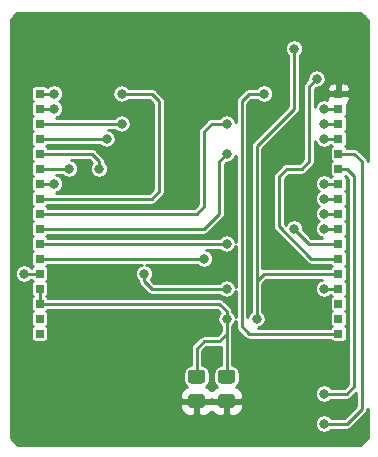
<source format=gtl>
%TF.GenerationSoftware,KiCad,Pcbnew,(5.1.8)-1*%
%TF.CreationDate,2021-05-04T01:41:36-06:00*%
%TF.ProjectId,NVRTC,4e565254-432e-46b6-9963-61645f706362,rev?*%
%TF.SameCoordinates,Original*%
%TF.FileFunction,Copper,L1,Top*%
%TF.FilePolarity,Positive*%
%FSLAX46Y46*%
G04 Gerber Fmt 4.6, Leading zero omitted, Abs format (unit mm)*
G04 Created by KiCad (PCBNEW (5.1.8)-1) date 2021-05-04 01:41:36*
%MOMM*%
%LPD*%
G01*
G04 APERTURE LIST*
%TA.AperFunction,SMDPad,CuDef*%
%ADD10R,0.673100X0.685800*%
%TD*%
%TA.AperFunction,ViaPad*%
%ADD11C,0.800000*%
%TD*%
%TA.AperFunction,Conductor*%
%ADD12C,0.250000*%
%TD*%
%TA.AperFunction,Conductor*%
%ADD13C,0.254000*%
%TD*%
%TA.AperFunction,Conductor*%
%ADD14C,0.100000*%
%TD*%
G04 APERTURE END LIST*
D10*
%TO.P,RTC1,34*%
%TO.N,Net-(RTC1-Pad34)*%
X138474450Y-101600000D03*
%TO.P,RTC1,33*%
%TO.N,Net-(RTC1-Pad33)*%
X138474450Y-100330000D03*
%TO.P,RTC1,32*%
%TO.N,+5V*%
X138474450Y-99060000D03*
%TO.P,RTC1,31*%
X138474450Y-97790000D03*
%TO.P,RTC1,30*%
%TO.N,/A12*%
X138474450Y-96520000D03*
%TO.P,RTC1,29*%
%TO.N,/A11*%
X138474450Y-95250000D03*
%TO.P,RTC1,28*%
%TO.N,/A10*%
X138474450Y-93980000D03*
%TO.P,RTC1,27*%
%TO.N,/A9*%
X138474450Y-92710000D03*
%TO.P,RTC1,26*%
%TO.N,/A8*%
X138474450Y-91440000D03*
%TO.P,RTC1,25*%
%TO.N,/A7*%
X138474450Y-90170000D03*
%TO.P,RTC1,24*%
%TO.N,/A6*%
X138474450Y-88900000D03*
%TO.P,RTC1,23*%
%TO.N,/A5*%
X138474450Y-87630000D03*
%TO.P,RTC1,22*%
%TO.N,/A4*%
X138474450Y-86360000D03*
%TO.P,RTC1,21*%
%TO.N,/A3*%
X138474450Y-85090000D03*
%TO.P,RTC1,20*%
%TO.N,/A2*%
X138474450Y-83820000D03*
%TO.P,RTC1,19*%
%TO.N,/A1*%
X138474450Y-82550000D03*
%TO.P,RTC1,18*%
%TO.N,/A0*%
X138474450Y-81280000D03*
%TO.P,RTC1,17*%
%TO.N,GND*%
X163785550Y-81280000D03*
%TO.P,RTC1,16*%
%TO.N,/D0*%
X163785550Y-82550000D03*
%TO.P,RTC1,15*%
%TO.N,/D1*%
X163785550Y-83820000D03*
%TO.P,RTC1,14*%
%TO.N,/D2*%
X163785550Y-85090000D03*
%TO.P,RTC1,13*%
%TO.N,/D3*%
X163785550Y-86360000D03*
%TO.P,RTC1,12*%
%TO.N,/D4*%
X163785550Y-87630000D03*
%TO.P,RTC1,11*%
%TO.N,/D5*%
X163785550Y-88900000D03*
%TO.P,RTC1,10*%
%TO.N,/D6*%
X163785550Y-90170000D03*
%TO.P,RTC1,9*%
%TO.N,/D7*%
X163785550Y-91440000D03*
%TO.P,RTC1,8*%
%TO.N,/ChipEnable*%
X163785550Y-92710000D03*
%TO.P,RTC1,7*%
%TO.N,/OutputEnable*%
X163785550Y-93980000D03*
%TO.P,RTC1,6*%
%TO.N,/WriteEnable*%
X163785550Y-95250000D03*
%TO.P,RTC1,5*%
%TO.N,+5V*%
X163785550Y-96520000D03*
%TO.P,RTC1,4*%
%TO.N,/RST*%
X163785550Y-97790000D03*
%TO.P,RTC1,3*%
%TO.N,Net-(RTC1-Pad3)*%
X163785550Y-99060000D03*
%TO.P,RTC1,2*%
%TO.N,Net-(RTC1-Pad2)*%
X163785550Y-100330000D03*
%TO.P,RTC1,1*%
%TO.N,/IRQ*%
X163785550Y-101600000D03*
%TD*%
%TO.P,C2,2*%
%TO.N,GND*%
%TA.AperFunction,SMDPad,CuDef*%
G36*
G01*
X151290000Y-106727500D02*
X152240000Y-106727500D01*
G75*
G02*
X152490000Y-106977500I0J-250000D01*
G01*
X152490000Y-107652500D01*
G75*
G02*
X152240000Y-107902500I-250000J0D01*
G01*
X151290000Y-107902500D01*
G75*
G02*
X151040000Y-107652500I0J250000D01*
G01*
X151040000Y-106977500D01*
G75*
G02*
X151290000Y-106727500I250000J0D01*
G01*
G37*
%TD.AperFunction*%
%TO.P,C2,1*%
%TO.N,+5V*%
%TA.AperFunction,SMDPad,CuDef*%
G36*
G01*
X151290000Y-104652500D02*
X152240000Y-104652500D01*
G75*
G02*
X152490000Y-104902500I0J-250000D01*
G01*
X152490000Y-105577500D01*
G75*
G02*
X152240000Y-105827500I-250000J0D01*
G01*
X151290000Y-105827500D01*
G75*
G02*
X151040000Y-105577500I0J250000D01*
G01*
X151040000Y-104902500D01*
G75*
G02*
X151290000Y-104652500I250000J0D01*
G01*
G37*
%TD.AperFunction*%
%TD*%
%TO.P,C1,2*%
%TO.N,GND*%
%TA.AperFunction,SMDPad,CuDef*%
G36*
G01*
X153830000Y-106727500D02*
X154780000Y-106727500D01*
G75*
G02*
X155030000Y-106977500I0J-250000D01*
G01*
X155030000Y-107652500D01*
G75*
G02*
X154780000Y-107902500I-250000J0D01*
G01*
X153830000Y-107902500D01*
G75*
G02*
X153580000Y-107652500I0J250000D01*
G01*
X153580000Y-106977500D01*
G75*
G02*
X153830000Y-106727500I250000J0D01*
G01*
G37*
%TD.AperFunction*%
%TO.P,C1,1*%
%TO.N,+5V*%
%TA.AperFunction,SMDPad,CuDef*%
G36*
G01*
X153830000Y-104652500D02*
X154780000Y-104652500D01*
G75*
G02*
X155030000Y-104902500I0J-250000D01*
G01*
X155030000Y-105577500D01*
G75*
G02*
X154780000Y-105827500I-250000J0D01*
G01*
X153830000Y-105827500D01*
G75*
G02*
X153580000Y-105577500I0J250000D01*
G01*
X153580000Y-104902500D01*
G75*
G02*
X153830000Y-104652500I250000J0D01*
G01*
G37*
%TD.AperFunction*%
%TD*%
D11*
%TO.N,GND*%
X152400000Y-74930000D03*
X146050000Y-74930000D03*
X139700000Y-74930000D03*
X136525000Y-76200000D03*
X136525000Y-101600000D03*
X136525000Y-107950000D03*
X157480000Y-74930000D03*
X165735000Y-82550000D03*
X139700000Y-96520000D03*
X154305000Y-95885000D03*
X154305000Y-92075000D03*
X162560000Y-100330000D03*
X162560000Y-86995000D03*
X158115000Y-87630000D03*
X139700000Y-109220000D03*
X144780000Y-109220000D03*
X142240000Y-110490000D03*
X146050000Y-110490000D03*
X152400000Y-110490000D03*
X158750000Y-110490000D03*
X165100000Y-110490000D03*
X158115000Y-95250000D03*
X165735000Y-76200000D03*
X153035000Y-108585000D03*
X153035000Y-103505000D03*
%TO.N,+5V*%
X156845000Y-100330000D03*
X154305000Y-100330000D03*
X160020000Y-77470000D03*
%TO.N,/A5*%
X140970000Y-87630000D03*
%TO.N,/A6*%
X139700000Y-88900000D03*
%TO.N,/A7*%
X145415000Y-81280000D03*
%TO.N,/A12*%
X137160000Y-96520000D03*
%TO.N,/RST*%
X147320000Y-96520000D03*
X154305000Y-97790000D03*
X162560000Y-97790000D03*
%TO.N,/A4*%
X143510000Y-87630000D03*
%TO.N,/A3*%
X144145000Y-85090000D03*
%TO.N,/A2*%
X145415000Y-83820000D03*
%TO.N,/A1*%
X139700000Y-82550000D03*
%TO.N,/A0*%
X139700000Y-81280000D03*
%TO.N,/D0*%
X162560000Y-82550000D03*
%TO.N,/D1*%
X162560000Y-83820000D03*
%TO.N,/D2*%
X162560000Y-85090000D03*
%TO.N,/D3*%
X162560000Y-109220000D03*
%TO.N,/D4*%
X162560000Y-106680000D03*
%TO.N,/D5*%
X162560000Y-88900000D03*
%TO.N,/D6*%
X162560000Y-90170000D03*
%TO.N,/D7*%
X162560000Y-91440000D03*
%TO.N,/ChipEnable*%
X162560000Y-92710000D03*
%TO.N,/A10*%
X154305000Y-93980000D03*
%TO.N,/OutputEnable*%
X160020000Y-92710000D03*
%TO.N,/A11*%
X152400000Y-95250000D03*
%TO.N,/A9*%
X154305000Y-86360000D03*
%TO.N,/A8*%
X154305000Y-83820000D03*
%TO.N,/IRQ*%
X157480000Y-81280000D03*
%TO.N,/WriteEnable*%
X161925000Y-80010000D03*
%TD*%
D12*
%TO.N,Net-(RTC1-Pad33)*%
X138474450Y-100330000D02*
X138474450Y-100374450D01*
%TO.N,+5V*%
X138474450Y-99060000D02*
X138474450Y-97790000D01*
X163785550Y-96520000D02*
X157480000Y-96520000D01*
X157480000Y-96520000D02*
X156845000Y-97155000D01*
X156845000Y-97155000D02*
X156845000Y-100330000D01*
X138474450Y-99060000D02*
X153670000Y-99060000D01*
X154305000Y-99695000D02*
X154305000Y-100330000D01*
X153670000Y-99060000D02*
X154305000Y-99695000D01*
X154305000Y-100330000D02*
X154305000Y-105240000D01*
X156845000Y-85725000D02*
X156845000Y-97155000D01*
X160020000Y-82550000D02*
X156845000Y-85725000D01*
X160020000Y-77470000D02*
X160020000Y-82550000D01*
X151765000Y-105240000D02*
X151765000Y-103505000D01*
X154305000Y-100965000D02*
X154305000Y-100330000D01*
X151765000Y-103505000D02*
X151765000Y-102870000D01*
X151765000Y-102870000D02*
X152400000Y-102235000D01*
X152400000Y-102235000D02*
X153670000Y-102235000D01*
X153670000Y-102235000D02*
X154305000Y-101600000D01*
%TO.N,/A5*%
X138474450Y-87630000D02*
X140970000Y-87630000D01*
%TO.N,/A6*%
X138474450Y-88900000D02*
X139700000Y-88900000D01*
%TO.N,/A7*%
X147955000Y-81280000D02*
X145415000Y-81280000D01*
X148590000Y-81915000D02*
X147955000Y-81280000D01*
X148590000Y-89535000D02*
X148590000Y-81915000D01*
X147955000Y-90170000D02*
X148590000Y-89535000D01*
X138474450Y-90170000D02*
X147955000Y-90170000D01*
%TO.N,/A12*%
X138474450Y-96520000D02*
X137160000Y-96520000D01*
%TO.N,/RST*%
X163785550Y-97790000D02*
X162560000Y-97790000D01*
X154305000Y-97790000D02*
X147955000Y-97790000D01*
X147320000Y-97155000D02*
X147320000Y-96520000D01*
X147955000Y-97790000D02*
X147320000Y-97155000D01*
%TO.N,/A4*%
X143510000Y-87630000D02*
X143510000Y-86995000D01*
X142875000Y-86360000D02*
X138474450Y-86360000D01*
X143510000Y-86995000D02*
X142875000Y-86360000D01*
%TO.N,/A3*%
X138474450Y-85090000D02*
X139700000Y-85090000D01*
X139700000Y-85090000D02*
X144145000Y-85090000D01*
%TO.N,/A2*%
X138474450Y-83820000D02*
X145415000Y-83820000D01*
%TO.N,/A1*%
X138474450Y-82550000D02*
X139700000Y-82550000D01*
%TO.N,/A0*%
X138474450Y-81280000D02*
X139700000Y-81280000D01*
%TO.N,/D0*%
X163785550Y-82550000D02*
X162560000Y-82550000D01*
%TO.N,/D1*%
X163785550Y-83814452D02*
X163785550Y-83820000D01*
X163785550Y-83820000D02*
X162560000Y-83820000D01*
X162560000Y-83820000D02*
X162560000Y-83820000D01*
%TO.N,/D2*%
X163785550Y-85090000D02*
X162560000Y-85090000D01*
%TO.N,/D3*%
X162560000Y-109220000D02*
X164465000Y-109220000D01*
X164465000Y-109220000D02*
X165735000Y-107950000D01*
X165735000Y-107950000D02*
X165735000Y-86995000D01*
X165100000Y-86360000D02*
X163785550Y-86360000D01*
X165735000Y-86995000D02*
X165100000Y-86360000D01*
%TO.N,/D4*%
X163785550Y-87630000D02*
X164465000Y-87630000D01*
X164465000Y-87630000D02*
X165100000Y-88265000D01*
X165100000Y-88265000D02*
X165100000Y-106045000D01*
X164465000Y-106680000D02*
X162560000Y-106680000D01*
X165100000Y-106045000D02*
X164465000Y-106680000D01*
%TO.N,/D5*%
X163785550Y-88900000D02*
X162560000Y-88900000D01*
%TO.N,/D6*%
X163785550Y-90170000D02*
X162560000Y-90170000D01*
%TO.N,/D7*%
X163785550Y-91440000D02*
X162560000Y-91440000D01*
%TO.N,/ChipEnable*%
X163785550Y-92710000D02*
X162560000Y-92710000D01*
%TO.N,/A10*%
X138474450Y-93980000D02*
X154305000Y-93980000D01*
%TO.N,/OutputEnable*%
X161290000Y-93980000D02*
X160020000Y-92710000D01*
X163785550Y-93980000D02*
X161290000Y-93980000D01*
%TO.N,/A11*%
X138474450Y-95250000D02*
X152400000Y-95250000D01*
%TO.N,/A9*%
X153670000Y-86995000D02*
X154305000Y-86360000D01*
X153670000Y-91440000D02*
X153670000Y-86995000D01*
X152400000Y-92710000D02*
X153670000Y-91440000D01*
X138474450Y-92710000D02*
X152400000Y-92710000D01*
%TO.N,/A8*%
X151765000Y-91440000D02*
X138474450Y-91440000D01*
X152400000Y-84455000D02*
X152400000Y-90805000D01*
X153035000Y-83820000D02*
X152400000Y-84455000D01*
X152400000Y-90805000D02*
X151765000Y-91440000D01*
X153035000Y-83820000D02*
X154305000Y-83820000D01*
%TO.N,/IRQ*%
X163785550Y-101600000D02*
X163830000Y-101600000D01*
X163785550Y-101600000D02*
X156210000Y-101600000D01*
X156210000Y-101600000D02*
X155575000Y-100965000D01*
X155575000Y-100965000D02*
X155575000Y-100965000D01*
X155575000Y-100965000D02*
X155575000Y-81915000D01*
X156210000Y-81280000D02*
X157480000Y-81280000D01*
X155575000Y-81915000D02*
X156210000Y-81280000D01*
%TO.N,/WriteEnable*%
X161486998Y-95250000D02*
X158750000Y-92513002D01*
X163785550Y-95250000D02*
X161486998Y-95250000D01*
X158750000Y-92513002D02*
X158750000Y-88265000D01*
X158750000Y-88265000D02*
X159385000Y-87630000D01*
X159385000Y-87630000D02*
X160655000Y-87630000D01*
X160655000Y-87630000D02*
X161290000Y-86995000D01*
X161290000Y-80645000D02*
X161925000Y-80010000D01*
X161290000Y-86995000D02*
X161290000Y-80645000D01*
%TD*%
D13*
%TO.N,GND*%
X165644864Y-74424170D02*
X165967317Y-74687157D01*
X166232553Y-75007773D01*
X166243000Y-75027094D01*
X166243000Y-86990452D01*
X166233678Y-86895807D01*
X166204745Y-86800425D01*
X166192539Y-86777589D01*
X166157759Y-86712521D01*
X166094527Y-86635473D01*
X166075220Y-86619628D01*
X165475376Y-86019785D01*
X165459527Y-86000473D01*
X165382479Y-85937241D01*
X165294575Y-85890255D01*
X165199193Y-85861322D01*
X165124854Y-85854000D01*
X165124846Y-85854000D01*
X165100000Y-85851553D01*
X165075154Y-85854000D01*
X164466932Y-85854000D01*
X164440422Y-85804404D01*
X164392811Y-85746389D01*
X164366748Y-85725000D01*
X164392811Y-85703611D01*
X164440422Y-85645596D01*
X164475801Y-85579408D01*
X164497587Y-85507589D01*
X164504943Y-85432900D01*
X164504943Y-84747100D01*
X164497587Y-84672411D01*
X164475801Y-84600592D01*
X164440422Y-84534404D01*
X164392811Y-84476389D01*
X164366748Y-84455000D01*
X164392811Y-84433611D01*
X164440422Y-84375596D01*
X164475801Y-84309408D01*
X164497587Y-84237589D01*
X164504943Y-84162900D01*
X164504943Y-83477100D01*
X164497587Y-83402411D01*
X164475801Y-83330592D01*
X164440422Y-83264404D01*
X164392811Y-83206389D01*
X164366748Y-83185000D01*
X164392811Y-83163611D01*
X164440422Y-83105596D01*
X164475801Y-83039408D01*
X164497587Y-82967589D01*
X164504943Y-82892900D01*
X164504943Y-82207100D01*
X164497933Y-82135925D01*
X164573285Y-82074085D01*
X164652637Y-81977394D01*
X164711602Y-81867080D01*
X164747912Y-81747382D01*
X164760172Y-81622900D01*
X164757100Y-81565750D01*
X164598350Y-81407000D01*
X163912550Y-81407000D01*
X163912550Y-81427000D01*
X163658550Y-81427000D01*
X163658550Y-81407000D01*
X162972750Y-81407000D01*
X162814000Y-81565750D01*
X162810928Y-81622900D01*
X162823188Y-81747382D01*
X162846185Y-81823193D01*
X162787809Y-81799013D01*
X162636922Y-81769000D01*
X162483078Y-81769000D01*
X162332191Y-81799013D01*
X162190058Y-81857887D01*
X162062141Y-81943358D01*
X161953358Y-82052141D01*
X161867887Y-82180058D01*
X161809013Y-82322191D01*
X161796000Y-82387612D01*
X161796000Y-80937100D01*
X162810928Y-80937100D01*
X162814000Y-80994250D01*
X162972750Y-81153000D01*
X163658550Y-81153000D01*
X163658550Y-80460850D01*
X163912550Y-80460850D01*
X163912550Y-81153000D01*
X164598350Y-81153000D01*
X164757100Y-80994250D01*
X164760172Y-80937100D01*
X164747912Y-80812618D01*
X164711602Y-80692920D01*
X164652637Y-80582606D01*
X164573285Y-80485915D01*
X164476594Y-80406563D01*
X164366280Y-80347598D01*
X164246582Y-80311288D01*
X164122100Y-80299028D01*
X164071300Y-80302100D01*
X163912550Y-80460850D01*
X163658550Y-80460850D01*
X163499800Y-80302100D01*
X163449000Y-80299028D01*
X163324518Y-80311288D01*
X163204820Y-80347598D01*
X163094506Y-80406563D01*
X162997815Y-80485915D01*
X162918463Y-80582606D01*
X162859498Y-80692920D01*
X162823188Y-80812618D01*
X162810928Y-80937100D01*
X161796000Y-80937100D01*
X161796000Y-80854591D01*
X161859591Y-80791000D01*
X162001922Y-80791000D01*
X162152809Y-80760987D01*
X162294942Y-80702113D01*
X162422859Y-80616642D01*
X162531642Y-80507859D01*
X162617113Y-80379942D01*
X162675987Y-80237809D01*
X162706000Y-80086922D01*
X162706000Y-79933078D01*
X162675987Y-79782191D01*
X162617113Y-79640058D01*
X162531642Y-79512141D01*
X162422859Y-79403358D01*
X162294942Y-79317887D01*
X162152809Y-79259013D01*
X162001922Y-79229000D01*
X161848078Y-79229000D01*
X161697191Y-79259013D01*
X161555058Y-79317887D01*
X161427141Y-79403358D01*
X161318358Y-79512141D01*
X161232887Y-79640058D01*
X161174013Y-79782191D01*
X161144000Y-79933078D01*
X161144000Y-80075409D01*
X160949780Y-80269629D01*
X160930474Y-80285473D01*
X160867242Y-80362521D01*
X160843701Y-80406563D01*
X160820255Y-80450426D01*
X160791322Y-80545808D01*
X160781553Y-80645000D01*
X160784001Y-80669856D01*
X160784000Y-86785408D01*
X160445409Y-87124000D01*
X159409854Y-87124000D01*
X159385000Y-87121552D01*
X159360146Y-87124000D01*
X159285807Y-87131322D01*
X159190425Y-87160255D01*
X159102521Y-87207241D01*
X159025473Y-87270473D01*
X159009629Y-87289779D01*
X158409780Y-87889629D01*
X158390474Y-87905473D01*
X158327242Y-87982521D01*
X158315029Y-88005370D01*
X158280255Y-88070426D01*
X158251322Y-88165808D01*
X158241553Y-88265000D01*
X158244001Y-88289856D01*
X158244000Y-92488156D01*
X158241553Y-92513002D01*
X158244000Y-92537848D01*
X158244000Y-92537855D01*
X158251322Y-92612194D01*
X158280255Y-92707576D01*
X158327241Y-92795481D01*
X158390473Y-92872529D01*
X158409785Y-92888378D01*
X161111626Y-95590220D01*
X161127471Y-95609527D01*
X161204519Y-95672759D01*
X161292423Y-95719745D01*
X161387805Y-95748678D01*
X161486998Y-95758448D01*
X161511852Y-95756000D01*
X163104168Y-95756000D01*
X163130678Y-95805596D01*
X163178289Y-95863611D01*
X163204352Y-95885000D01*
X163178289Y-95906389D01*
X163130678Y-95964404D01*
X163104168Y-96014000D01*
X157504854Y-96014000D01*
X157480000Y-96011552D01*
X157455146Y-96014000D01*
X157380807Y-96021322D01*
X157351000Y-96030364D01*
X157351000Y-85934591D01*
X160360220Y-82925372D01*
X160379527Y-82909527D01*
X160442759Y-82832479D01*
X160489745Y-82744575D01*
X160518678Y-82649193D01*
X160526000Y-82574854D01*
X160526000Y-82574847D01*
X160528447Y-82550001D01*
X160526000Y-82525155D01*
X160526000Y-78068501D01*
X160626642Y-77967859D01*
X160712113Y-77839942D01*
X160770987Y-77697809D01*
X160801000Y-77546922D01*
X160801000Y-77393078D01*
X160770987Y-77242191D01*
X160712113Y-77100058D01*
X160626642Y-76972141D01*
X160517859Y-76863358D01*
X160389942Y-76777887D01*
X160247809Y-76719013D01*
X160096922Y-76689000D01*
X159943078Y-76689000D01*
X159792191Y-76719013D01*
X159650058Y-76777887D01*
X159522141Y-76863358D01*
X159413358Y-76972141D01*
X159327887Y-77100058D01*
X159269013Y-77242191D01*
X159239000Y-77393078D01*
X159239000Y-77546922D01*
X159269013Y-77697809D01*
X159327887Y-77839942D01*
X159413358Y-77967859D01*
X159514000Y-78068501D01*
X159514001Y-82340407D01*
X156504785Y-85349624D01*
X156485473Y-85365473D01*
X156422241Y-85442521D01*
X156375255Y-85530426D01*
X156346322Y-85625808D01*
X156339000Y-85700147D01*
X156339000Y-85700154D01*
X156336553Y-85725000D01*
X156339000Y-85749846D01*
X156339001Y-97130137D01*
X156339000Y-97130147D01*
X156339000Y-97130154D01*
X156336553Y-97155000D01*
X156339000Y-97179846D01*
X156339001Y-99731498D01*
X156238358Y-99832141D01*
X156152887Y-99960058D01*
X156094013Y-100102191D01*
X156081000Y-100167612D01*
X156081000Y-82124591D01*
X156419592Y-81786000D01*
X156881499Y-81786000D01*
X156982141Y-81886642D01*
X157110058Y-81972113D01*
X157252191Y-82030987D01*
X157403078Y-82061000D01*
X157556922Y-82061000D01*
X157707809Y-82030987D01*
X157849942Y-81972113D01*
X157977859Y-81886642D01*
X158086642Y-81777859D01*
X158172113Y-81649942D01*
X158230987Y-81507809D01*
X158261000Y-81356922D01*
X158261000Y-81203078D01*
X158230987Y-81052191D01*
X158172113Y-80910058D01*
X158086642Y-80782141D01*
X157977859Y-80673358D01*
X157849942Y-80587887D01*
X157707809Y-80529013D01*
X157556922Y-80499000D01*
X157403078Y-80499000D01*
X157252191Y-80529013D01*
X157110058Y-80587887D01*
X156982141Y-80673358D01*
X156881499Y-80774000D01*
X156234854Y-80774000D01*
X156210000Y-80771552D01*
X156185146Y-80774000D01*
X156110807Y-80781322D01*
X156015425Y-80810255D01*
X155927521Y-80857241D01*
X155850473Y-80920473D01*
X155834628Y-80939780D01*
X155234780Y-81539629D01*
X155215474Y-81555473D01*
X155152242Y-81632521D01*
X155127127Y-81679508D01*
X155105255Y-81720426D01*
X155076322Y-81815808D01*
X155066553Y-81915000D01*
X155069001Y-81939856D01*
X155069001Y-83657617D01*
X155055987Y-83592191D01*
X154997113Y-83450058D01*
X154911642Y-83322141D01*
X154802859Y-83213358D01*
X154674942Y-83127887D01*
X154532809Y-83069013D01*
X154381922Y-83039000D01*
X154228078Y-83039000D01*
X154077191Y-83069013D01*
X153935058Y-83127887D01*
X153807141Y-83213358D01*
X153706499Y-83314000D01*
X153059854Y-83314000D01*
X153035000Y-83311552D01*
X153010146Y-83314000D01*
X152935807Y-83321322D01*
X152840425Y-83350255D01*
X152752521Y-83397241D01*
X152675473Y-83460473D01*
X152659628Y-83479780D01*
X152059785Y-84079624D01*
X152040473Y-84095473D01*
X151977241Y-84172521D01*
X151930255Y-84260426D01*
X151901322Y-84355808D01*
X151894000Y-84430147D01*
X151894000Y-84430154D01*
X151891553Y-84455000D01*
X151894000Y-84479846D01*
X151894001Y-90595407D01*
X151555409Y-90934000D01*
X139155832Y-90934000D01*
X139129322Y-90884404D01*
X139081711Y-90826389D01*
X139055648Y-90805000D01*
X139081711Y-90783611D01*
X139129322Y-90725596D01*
X139155832Y-90676000D01*
X147930154Y-90676000D01*
X147955000Y-90678447D01*
X147979846Y-90676000D01*
X147979854Y-90676000D01*
X148054193Y-90668678D01*
X148149575Y-90639745D01*
X148237479Y-90592759D01*
X148314527Y-90529527D01*
X148330376Y-90510215D01*
X148930220Y-89910372D01*
X148949527Y-89894527D01*
X149012759Y-89817479D01*
X149059745Y-89729575D01*
X149088678Y-89634193D01*
X149096000Y-89559854D01*
X149096000Y-89559853D01*
X149098448Y-89535000D01*
X149096000Y-89510146D01*
X149096000Y-81939854D01*
X149098448Y-81915000D01*
X149088678Y-81815807D01*
X149059745Y-81720425D01*
X149047539Y-81697589D01*
X149012759Y-81632521D01*
X148949527Y-81555473D01*
X148930220Y-81539628D01*
X148330376Y-80939785D01*
X148314527Y-80920473D01*
X148237479Y-80857241D01*
X148149575Y-80810255D01*
X148054193Y-80781322D01*
X147979854Y-80774000D01*
X147979846Y-80774000D01*
X147955000Y-80771553D01*
X147930154Y-80774000D01*
X146013501Y-80774000D01*
X145912859Y-80673358D01*
X145784942Y-80587887D01*
X145642809Y-80529013D01*
X145491922Y-80499000D01*
X145338078Y-80499000D01*
X145187191Y-80529013D01*
X145045058Y-80587887D01*
X144917141Y-80673358D01*
X144808358Y-80782141D01*
X144722887Y-80910058D01*
X144664013Y-81052191D01*
X144634000Y-81203078D01*
X144634000Y-81356922D01*
X144664013Y-81507809D01*
X144722887Y-81649942D01*
X144808358Y-81777859D01*
X144917141Y-81886642D01*
X145045058Y-81972113D01*
X145187191Y-82030987D01*
X145338078Y-82061000D01*
X145491922Y-82061000D01*
X145642809Y-82030987D01*
X145784942Y-81972113D01*
X145912859Y-81886642D01*
X146013501Y-81786000D01*
X147745409Y-81786000D01*
X148084001Y-82124593D01*
X148084000Y-89325408D01*
X147745409Y-89664000D01*
X139862388Y-89664000D01*
X139927809Y-89650987D01*
X140069942Y-89592113D01*
X140197859Y-89506642D01*
X140306642Y-89397859D01*
X140392113Y-89269942D01*
X140450987Y-89127809D01*
X140481000Y-88976922D01*
X140481000Y-88823078D01*
X140450987Y-88672191D01*
X140392113Y-88530058D01*
X140306642Y-88402141D01*
X140197859Y-88293358D01*
X140069942Y-88207887D01*
X139927809Y-88149013D01*
X139862388Y-88136000D01*
X140371499Y-88136000D01*
X140472141Y-88236642D01*
X140600058Y-88322113D01*
X140742191Y-88380987D01*
X140893078Y-88411000D01*
X141046922Y-88411000D01*
X141197809Y-88380987D01*
X141339942Y-88322113D01*
X141467859Y-88236642D01*
X141576642Y-88127859D01*
X141662113Y-87999942D01*
X141720987Y-87857809D01*
X141751000Y-87706922D01*
X141751000Y-87553078D01*
X141720987Y-87402191D01*
X141662113Y-87260058D01*
X141576642Y-87132141D01*
X141467859Y-87023358D01*
X141339942Y-86937887D01*
X141197809Y-86879013D01*
X141132388Y-86866000D01*
X142665409Y-86866000D01*
X142917454Y-87118045D01*
X142903358Y-87132141D01*
X142817887Y-87260058D01*
X142759013Y-87402191D01*
X142729000Y-87553078D01*
X142729000Y-87706922D01*
X142759013Y-87857809D01*
X142817887Y-87999942D01*
X142903358Y-88127859D01*
X143012141Y-88236642D01*
X143140058Y-88322113D01*
X143282191Y-88380987D01*
X143433078Y-88411000D01*
X143586922Y-88411000D01*
X143737809Y-88380987D01*
X143879942Y-88322113D01*
X144007859Y-88236642D01*
X144116642Y-88127859D01*
X144202113Y-87999942D01*
X144260987Y-87857809D01*
X144291000Y-87706922D01*
X144291000Y-87553078D01*
X144260987Y-87402191D01*
X144202113Y-87260058D01*
X144116642Y-87132141D01*
X144016000Y-87031499D01*
X144016000Y-87019853D01*
X144018448Y-86995000D01*
X144008678Y-86895807D01*
X143979745Y-86800425D01*
X143967539Y-86777589D01*
X143932759Y-86712521D01*
X143869527Y-86635473D01*
X143850220Y-86619628D01*
X143250376Y-86019785D01*
X143234527Y-86000473D01*
X143157479Y-85937241D01*
X143069575Y-85890255D01*
X142974193Y-85861322D01*
X142899854Y-85854000D01*
X142899846Y-85854000D01*
X142875000Y-85851553D01*
X142850154Y-85854000D01*
X139155832Y-85854000D01*
X139129322Y-85804404D01*
X139081711Y-85746389D01*
X139055648Y-85725000D01*
X139081711Y-85703611D01*
X139129322Y-85645596D01*
X139155832Y-85596000D01*
X143546499Y-85596000D01*
X143647141Y-85696642D01*
X143775058Y-85782113D01*
X143917191Y-85840987D01*
X144068078Y-85871000D01*
X144221922Y-85871000D01*
X144372809Y-85840987D01*
X144514942Y-85782113D01*
X144642859Y-85696642D01*
X144751642Y-85587859D01*
X144837113Y-85459942D01*
X144895987Y-85317809D01*
X144926000Y-85166922D01*
X144926000Y-85013078D01*
X144895987Y-84862191D01*
X144837113Y-84720058D01*
X144751642Y-84592141D01*
X144642859Y-84483358D01*
X144514942Y-84397887D01*
X144372809Y-84339013D01*
X144307388Y-84326000D01*
X144816499Y-84326000D01*
X144917141Y-84426642D01*
X145045058Y-84512113D01*
X145187191Y-84570987D01*
X145338078Y-84601000D01*
X145491922Y-84601000D01*
X145642809Y-84570987D01*
X145784942Y-84512113D01*
X145912859Y-84426642D01*
X146021642Y-84317859D01*
X146107113Y-84189942D01*
X146165987Y-84047809D01*
X146196000Y-83896922D01*
X146196000Y-83743078D01*
X146165987Y-83592191D01*
X146107113Y-83450058D01*
X146021642Y-83322141D01*
X145912859Y-83213358D01*
X145784942Y-83127887D01*
X145642809Y-83069013D01*
X145491922Y-83039000D01*
X145338078Y-83039000D01*
X145187191Y-83069013D01*
X145045058Y-83127887D01*
X144917141Y-83213358D01*
X144816499Y-83314000D01*
X139862388Y-83314000D01*
X139927809Y-83300987D01*
X140069942Y-83242113D01*
X140197859Y-83156642D01*
X140306642Y-83047859D01*
X140392113Y-82919942D01*
X140450987Y-82777809D01*
X140481000Y-82626922D01*
X140481000Y-82473078D01*
X140450987Y-82322191D01*
X140392113Y-82180058D01*
X140306642Y-82052141D01*
X140197859Y-81943358D01*
X140155418Y-81915000D01*
X140197859Y-81886642D01*
X140306642Y-81777859D01*
X140392113Y-81649942D01*
X140450987Y-81507809D01*
X140481000Y-81356922D01*
X140481000Y-81203078D01*
X140450987Y-81052191D01*
X140392113Y-80910058D01*
X140306642Y-80782141D01*
X140197859Y-80673358D01*
X140069942Y-80587887D01*
X139927809Y-80529013D01*
X139776922Y-80499000D01*
X139623078Y-80499000D01*
X139472191Y-80529013D01*
X139330058Y-80587887D01*
X139202141Y-80673358D01*
X139136906Y-80738593D01*
X139129322Y-80724404D01*
X139081711Y-80666389D01*
X139023696Y-80618778D01*
X138957508Y-80583399D01*
X138885689Y-80561613D01*
X138811000Y-80554257D01*
X138137900Y-80554257D01*
X138063211Y-80561613D01*
X137991392Y-80583399D01*
X137925204Y-80618778D01*
X137867189Y-80666389D01*
X137819578Y-80724404D01*
X137784199Y-80790592D01*
X137762413Y-80862411D01*
X137755057Y-80937100D01*
X137755057Y-81622900D01*
X137762413Y-81697589D01*
X137784199Y-81769408D01*
X137819578Y-81835596D01*
X137867189Y-81893611D01*
X137893252Y-81915000D01*
X137867189Y-81936389D01*
X137819578Y-81994404D01*
X137784199Y-82060592D01*
X137762413Y-82132411D01*
X137755057Y-82207100D01*
X137755057Y-82892900D01*
X137762413Y-82967589D01*
X137784199Y-83039408D01*
X137819578Y-83105596D01*
X137867189Y-83163611D01*
X137893252Y-83185000D01*
X137867189Y-83206389D01*
X137819578Y-83264404D01*
X137784199Y-83330592D01*
X137762413Y-83402411D01*
X137755057Y-83477100D01*
X137755057Y-84162900D01*
X137762413Y-84237589D01*
X137784199Y-84309408D01*
X137819578Y-84375596D01*
X137867189Y-84433611D01*
X137893252Y-84455000D01*
X137867189Y-84476389D01*
X137819578Y-84534404D01*
X137784199Y-84600592D01*
X137762413Y-84672411D01*
X137755057Y-84747100D01*
X137755057Y-85432900D01*
X137762413Y-85507589D01*
X137784199Y-85579408D01*
X137819578Y-85645596D01*
X137867189Y-85703611D01*
X137893252Y-85725000D01*
X137867189Y-85746389D01*
X137819578Y-85804404D01*
X137784199Y-85870592D01*
X137762413Y-85942411D01*
X137755057Y-86017100D01*
X137755057Y-86702900D01*
X137762413Y-86777589D01*
X137784199Y-86849408D01*
X137819578Y-86915596D01*
X137867189Y-86973611D01*
X137893252Y-86995000D01*
X137867189Y-87016389D01*
X137819578Y-87074404D01*
X137784199Y-87140592D01*
X137762413Y-87212411D01*
X137755057Y-87287100D01*
X137755057Y-87972900D01*
X137762413Y-88047589D01*
X137784199Y-88119408D01*
X137819578Y-88185596D01*
X137867189Y-88243611D01*
X137893252Y-88265000D01*
X137867189Y-88286389D01*
X137819578Y-88344404D01*
X137784199Y-88410592D01*
X137762413Y-88482411D01*
X137755057Y-88557100D01*
X137755057Y-89242900D01*
X137762413Y-89317589D01*
X137784199Y-89389408D01*
X137819578Y-89455596D01*
X137867189Y-89513611D01*
X137893252Y-89535000D01*
X137867189Y-89556389D01*
X137819578Y-89614404D01*
X137784199Y-89680592D01*
X137762413Y-89752411D01*
X137755057Y-89827100D01*
X137755057Y-90512900D01*
X137762413Y-90587589D01*
X137784199Y-90659408D01*
X137819578Y-90725596D01*
X137867189Y-90783611D01*
X137893252Y-90805000D01*
X137867189Y-90826389D01*
X137819578Y-90884404D01*
X137784199Y-90950592D01*
X137762413Y-91022411D01*
X137755057Y-91097100D01*
X137755057Y-91782900D01*
X137762413Y-91857589D01*
X137784199Y-91929408D01*
X137819578Y-91995596D01*
X137867189Y-92053611D01*
X137893252Y-92075000D01*
X137867189Y-92096389D01*
X137819578Y-92154404D01*
X137784199Y-92220592D01*
X137762413Y-92292411D01*
X137755057Y-92367100D01*
X137755057Y-93052900D01*
X137762413Y-93127589D01*
X137784199Y-93199408D01*
X137819578Y-93265596D01*
X137867189Y-93323611D01*
X137893252Y-93345000D01*
X137867189Y-93366389D01*
X137819578Y-93424404D01*
X137784199Y-93490592D01*
X137762413Y-93562411D01*
X137755057Y-93637100D01*
X137755057Y-94322900D01*
X137762413Y-94397589D01*
X137784199Y-94469408D01*
X137819578Y-94535596D01*
X137867189Y-94593611D01*
X137893252Y-94615000D01*
X137867189Y-94636389D01*
X137819578Y-94694404D01*
X137784199Y-94760592D01*
X137762413Y-94832411D01*
X137755057Y-94907100D01*
X137755057Y-95592900D01*
X137762413Y-95667589D01*
X137784199Y-95739408D01*
X137819578Y-95805596D01*
X137867189Y-95863611D01*
X137893252Y-95885000D01*
X137867189Y-95906389D01*
X137819578Y-95964404D01*
X137793068Y-96014000D01*
X137758501Y-96014000D01*
X137657859Y-95913358D01*
X137529942Y-95827887D01*
X137387809Y-95769013D01*
X137236922Y-95739000D01*
X137083078Y-95739000D01*
X136932191Y-95769013D01*
X136790058Y-95827887D01*
X136662141Y-95913358D01*
X136553358Y-96022141D01*
X136467887Y-96150058D01*
X136409013Y-96292191D01*
X136379000Y-96443078D01*
X136379000Y-96596922D01*
X136409013Y-96747809D01*
X136467887Y-96889942D01*
X136553358Y-97017859D01*
X136662141Y-97126642D01*
X136790058Y-97212113D01*
X136932191Y-97270987D01*
X137083078Y-97301000D01*
X137236922Y-97301000D01*
X137387809Y-97270987D01*
X137529942Y-97212113D01*
X137657859Y-97126642D01*
X137758501Y-97026000D01*
X137793068Y-97026000D01*
X137819578Y-97075596D01*
X137867189Y-97133611D01*
X137893252Y-97155000D01*
X137867189Y-97176389D01*
X137819578Y-97234404D01*
X137784199Y-97300592D01*
X137762413Y-97372411D01*
X137755057Y-97447100D01*
X137755057Y-98132900D01*
X137762413Y-98207589D01*
X137784199Y-98279408D01*
X137819578Y-98345596D01*
X137867189Y-98403611D01*
X137893252Y-98425000D01*
X137867189Y-98446389D01*
X137819578Y-98504404D01*
X137784199Y-98570592D01*
X137762413Y-98642411D01*
X137755057Y-98717100D01*
X137755057Y-99402900D01*
X137762413Y-99477589D01*
X137784199Y-99549408D01*
X137819578Y-99615596D01*
X137867189Y-99673611D01*
X137893252Y-99695000D01*
X137867189Y-99716389D01*
X137819578Y-99774404D01*
X137784199Y-99840592D01*
X137762413Y-99912411D01*
X137755057Y-99987100D01*
X137755057Y-100672900D01*
X137762413Y-100747589D01*
X137784199Y-100819408D01*
X137819578Y-100885596D01*
X137867189Y-100943611D01*
X137893252Y-100965000D01*
X137867189Y-100986389D01*
X137819578Y-101044404D01*
X137784199Y-101110592D01*
X137762413Y-101182411D01*
X137755057Y-101257100D01*
X137755057Y-101942900D01*
X137762413Y-102017589D01*
X137784199Y-102089408D01*
X137819578Y-102155596D01*
X137867189Y-102213611D01*
X137925204Y-102261222D01*
X137991392Y-102296601D01*
X138063211Y-102318387D01*
X138137900Y-102325743D01*
X138811000Y-102325743D01*
X138885689Y-102318387D01*
X138957508Y-102296601D01*
X139023696Y-102261222D01*
X139081711Y-102213611D01*
X139129322Y-102155596D01*
X139164701Y-102089408D01*
X139186487Y-102017589D01*
X139193843Y-101942900D01*
X139193843Y-101257100D01*
X139186487Y-101182411D01*
X139164701Y-101110592D01*
X139129322Y-101044404D01*
X139081711Y-100986389D01*
X139055648Y-100965000D01*
X139081711Y-100943611D01*
X139129322Y-100885596D01*
X139164701Y-100819408D01*
X139186487Y-100747589D01*
X139193843Y-100672900D01*
X139193843Y-99987100D01*
X139186487Y-99912411D01*
X139164701Y-99840592D01*
X139129322Y-99774404D01*
X139081711Y-99716389D01*
X139055648Y-99695000D01*
X139081711Y-99673611D01*
X139129322Y-99615596D01*
X139155832Y-99566000D01*
X153460409Y-99566000D01*
X153712454Y-99818045D01*
X153698358Y-99832141D01*
X153612887Y-99960058D01*
X153554013Y-100102191D01*
X153524000Y-100253078D01*
X153524000Y-100406922D01*
X153554013Y-100557809D01*
X153612887Y-100699942D01*
X153698358Y-100827859D01*
X153799000Y-100928501D01*
X153799000Y-101390408D01*
X153460409Y-101729000D01*
X152424854Y-101729000D01*
X152400000Y-101726552D01*
X152375146Y-101729000D01*
X152300807Y-101736322D01*
X152205425Y-101765255D01*
X152117521Y-101812241D01*
X152040473Y-101875473D01*
X152024629Y-101894779D01*
X151424780Y-102494629D01*
X151405474Y-102510473D01*
X151342242Y-102587521D01*
X151330029Y-102610370D01*
X151295255Y-102675426D01*
X151266322Y-102770808D01*
X151256553Y-102870000D01*
X151259001Y-102894856D01*
X151259000Y-103529853D01*
X151259001Y-103529863D01*
X151259001Y-104272710D01*
X151166538Y-104281817D01*
X151047821Y-104317829D01*
X150938411Y-104376310D01*
X150842512Y-104455012D01*
X150763810Y-104550911D01*
X150705329Y-104660321D01*
X150669317Y-104779038D01*
X150657157Y-104902500D01*
X150657157Y-105577500D01*
X150669317Y-105700962D01*
X150705329Y-105819679D01*
X150763810Y-105929089D01*
X150842512Y-106024988D01*
X150933780Y-106099889D01*
X150915518Y-106101688D01*
X150795820Y-106137998D01*
X150685506Y-106196963D01*
X150588815Y-106276315D01*
X150509463Y-106373006D01*
X150450498Y-106483320D01*
X150414188Y-106603018D01*
X150401928Y-106727500D01*
X150405000Y-107029250D01*
X150563750Y-107188000D01*
X151638000Y-107188000D01*
X151638000Y-107168000D01*
X151892000Y-107168000D01*
X151892000Y-107188000D01*
X152966250Y-107188000D01*
X153035000Y-107119250D01*
X153103750Y-107188000D01*
X154178000Y-107188000D01*
X154178000Y-107168000D01*
X154432000Y-107168000D01*
X154432000Y-107188000D01*
X155506250Y-107188000D01*
X155665000Y-107029250D01*
X155668072Y-106727500D01*
X155655812Y-106603018D01*
X155619502Y-106483320D01*
X155560537Y-106373006D01*
X155481185Y-106276315D01*
X155384494Y-106196963D01*
X155274180Y-106137998D01*
X155154482Y-106101688D01*
X155136220Y-106099889D01*
X155227488Y-106024988D01*
X155306190Y-105929089D01*
X155364671Y-105819679D01*
X155400683Y-105700962D01*
X155412843Y-105577500D01*
X155412843Y-104902500D01*
X155400683Y-104779038D01*
X155364671Y-104660321D01*
X155306190Y-104550911D01*
X155227488Y-104455012D01*
X155131589Y-104376310D01*
X155022179Y-104317829D01*
X154903462Y-104281817D01*
X154811000Y-104272710D01*
X154811000Y-101624854D01*
X154813448Y-101600000D01*
X154811000Y-101575146D01*
X154811000Y-100928501D01*
X154911642Y-100827859D01*
X154997113Y-100699942D01*
X155055987Y-100557809D01*
X155069000Y-100492388D01*
X155069000Y-100940146D01*
X155066552Y-100965000D01*
X155076322Y-101064193D01*
X155105255Y-101159575D01*
X155140028Y-101224630D01*
X155152241Y-101247479D01*
X155215473Y-101324527D01*
X155234785Y-101340376D01*
X155834628Y-101940220D01*
X155850473Y-101959527D01*
X155927521Y-102022759D01*
X156015425Y-102069745D01*
X156110807Y-102098678D01*
X156210000Y-102108448D01*
X156234854Y-102106000D01*
X163104168Y-102106000D01*
X163130678Y-102155596D01*
X163178289Y-102213611D01*
X163236304Y-102261222D01*
X163302492Y-102296601D01*
X163374311Y-102318387D01*
X163449000Y-102325743D01*
X164122100Y-102325743D01*
X164196789Y-102318387D01*
X164268608Y-102296601D01*
X164334796Y-102261222D01*
X164392811Y-102213611D01*
X164440422Y-102155596D01*
X164475801Y-102089408D01*
X164497587Y-102017589D01*
X164504943Y-101942900D01*
X164504943Y-101257100D01*
X164497587Y-101182411D01*
X164475801Y-101110592D01*
X164440422Y-101044404D01*
X164392811Y-100986389D01*
X164366748Y-100965000D01*
X164392811Y-100943611D01*
X164440422Y-100885596D01*
X164475801Y-100819408D01*
X164497587Y-100747589D01*
X164504943Y-100672900D01*
X164504943Y-99987100D01*
X164497587Y-99912411D01*
X164475801Y-99840592D01*
X164440422Y-99774404D01*
X164392811Y-99716389D01*
X164366748Y-99695000D01*
X164392811Y-99673611D01*
X164440422Y-99615596D01*
X164475801Y-99549408D01*
X164497587Y-99477589D01*
X164504943Y-99402900D01*
X164504943Y-98717100D01*
X164497587Y-98642411D01*
X164475801Y-98570592D01*
X164440422Y-98504404D01*
X164392811Y-98446389D01*
X164366748Y-98425000D01*
X164392811Y-98403611D01*
X164440422Y-98345596D01*
X164475801Y-98279408D01*
X164497587Y-98207589D01*
X164504943Y-98132900D01*
X164504943Y-97447100D01*
X164497587Y-97372411D01*
X164475801Y-97300592D01*
X164440422Y-97234404D01*
X164392811Y-97176389D01*
X164366748Y-97155000D01*
X164392811Y-97133611D01*
X164440422Y-97075596D01*
X164475801Y-97009408D01*
X164497587Y-96937589D01*
X164504943Y-96862900D01*
X164504943Y-96177100D01*
X164497587Y-96102411D01*
X164475801Y-96030592D01*
X164440422Y-95964404D01*
X164392811Y-95906389D01*
X164366748Y-95885000D01*
X164392811Y-95863611D01*
X164440422Y-95805596D01*
X164475801Y-95739408D01*
X164497587Y-95667589D01*
X164504943Y-95592900D01*
X164504943Y-94907100D01*
X164497587Y-94832411D01*
X164475801Y-94760592D01*
X164440422Y-94694404D01*
X164392811Y-94636389D01*
X164366748Y-94615000D01*
X164392811Y-94593611D01*
X164440422Y-94535596D01*
X164475801Y-94469408D01*
X164497587Y-94397589D01*
X164504943Y-94322900D01*
X164504943Y-93637100D01*
X164497587Y-93562411D01*
X164475801Y-93490592D01*
X164440422Y-93424404D01*
X164392811Y-93366389D01*
X164366748Y-93345000D01*
X164392811Y-93323611D01*
X164440422Y-93265596D01*
X164475801Y-93199408D01*
X164497587Y-93127589D01*
X164504943Y-93052900D01*
X164504943Y-92367100D01*
X164497587Y-92292411D01*
X164475801Y-92220592D01*
X164440422Y-92154404D01*
X164392811Y-92096389D01*
X164366748Y-92075000D01*
X164392811Y-92053611D01*
X164440422Y-91995596D01*
X164475801Y-91929408D01*
X164497587Y-91857589D01*
X164504943Y-91782900D01*
X164504943Y-91097100D01*
X164497587Y-91022411D01*
X164475801Y-90950592D01*
X164440422Y-90884404D01*
X164392811Y-90826389D01*
X164366748Y-90805000D01*
X164392811Y-90783611D01*
X164440422Y-90725596D01*
X164475801Y-90659408D01*
X164497587Y-90587589D01*
X164504943Y-90512900D01*
X164504943Y-89827100D01*
X164497587Y-89752411D01*
X164475801Y-89680592D01*
X164440422Y-89614404D01*
X164392811Y-89556389D01*
X164366748Y-89535000D01*
X164392811Y-89513611D01*
X164440422Y-89455596D01*
X164475801Y-89389408D01*
X164497587Y-89317589D01*
X164504943Y-89242900D01*
X164504943Y-88557100D01*
X164497587Y-88482411D01*
X164475801Y-88410592D01*
X164440422Y-88344404D01*
X164392811Y-88286389D01*
X164366748Y-88265000D01*
X164376448Y-88257040D01*
X164594000Y-88474592D01*
X164594001Y-105835407D01*
X164255409Y-106174000D01*
X163158501Y-106174000D01*
X163057859Y-106073358D01*
X162929942Y-105987887D01*
X162787809Y-105929013D01*
X162636922Y-105899000D01*
X162483078Y-105899000D01*
X162332191Y-105929013D01*
X162190058Y-105987887D01*
X162062141Y-106073358D01*
X161953358Y-106182141D01*
X161867887Y-106310058D01*
X161809013Y-106452191D01*
X161779000Y-106603078D01*
X161779000Y-106756922D01*
X161809013Y-106907809D01*
X161867887Y-107049942D01*
X161953358Y-107177859D01*
X162062141Y-107286642D01*
X162190058Y-107372113D01*
X162332191Y-107430987D01*
X162483078Y-107461000D01*
X162636922Y-107461000D01*
X162787809Y-107430987D01*
X162929942Y-107372113D01*
X163057859Y-107286642D01*
X163158501Y-107186000D01*
X164440154Y-107186000D01*
X164465000Y-107188447D01*
X164489846Y-107186000D01*
X164489854Y-107186000D01*
X164564193Y-107178678D01*
X164659575Y-107149745D01*
X164747479Y-107102759D01*
X164824527Y-107039527D01*
X164840376Y-107020215D01*
X165229000Y-106631592D01*
X165229000Y-107740408D01*
X164255409Y-108714000D01*
X163158501Y-108714000D01*
X163057859Y-108613358D01*
X162929942Y-108527887D01*
X162787809Y-108469013D01*
X162636922Y-108439000D01*
X162483078Y-108439000D01*
X162332191Y-108469013D01*
X162190058Y-108527887D01*
X162062141Y-108613358D01*
X161953358Y-108722141D01*
X161867887Y-108850058D01*
X161809013Y-108992191D01*
X161779000Y-109143078D01*
X161779000Y-109296922D01*
X161809013Y-109447809D01*
X161867887Y-109589942D01*
X161953358Y-109717859D01*
X162062141Y-109826642D01*
X162190058Y-109912113D01*
X162332191Y-109970987D01*
X162483078Y-110001000D01*
X162636922Y-110001000D01*
X162787809Y-109970987D01*
X162929942Y-109912113D01*
X163057859Y-109826642D01*
X163158501Y-109726000D01*
X164440154Y-109726000D01*
X164465000Y-109728447D01*
X164489846Y-109726000D01*
X164489854Y-109726000D01*
X164564193Y-109718678D01*
X164659575Y-109689745D01*
X164747479Y-109642759D01*
X164824527Y-109579527D01*
X164840376Y-109560215D01*
X166075220Y-108325372D01*
X166094527Y-108309527D01*
X166157759Y-108232479D01*
X166204745Y-108144575D01*
X166233678Y-108049193D01*
X166241000Y-107974854D01*
X166241000Y-107974847D01*
X166243000Y-107954540D01*
X166243000Y-110395783D01*
X166240831Y-110399862D01*
X165977845Y-110722315D01*
X165657226Y-110987554D01*
X165637906Y-110998000D01*
X136619217Y-110998000D01*
X136615138Y-110995831D01*
X136292685Y-110732845D01*
X136027446Y-110412226D01*
X136017000Y-110392906D01*
X136017000Y-107902500D01*
X150401928Y-107902500D01*
X150414188Y-108026982D01*
X150450498Y-108146680D01*
X150509463Y-108256994D01*
X150588815Y-108353685D01*
X150685506Y-108433037D01*
X150795820Y-108492002D01*
X150915518Y-108528312D01*
X151040000Y-108540572D01*
X151479250Y-108537500D01*
X151638000Y-108378750D01*
X151638000Y-107442000D01*
X151892000Y-107442000D01*
X151892000Y-108378750D01*
X152050750Y-108537500D01*
X152490000Y-108540572D01*
X152614482Y-108528312D01*
X152734180Y-108492002D01*
X152844494Y-108433037D01*
X152941185Y-108353685D01*
X153020537Y-108256994D01*
X153035000Y-108229936D01*
X153049463Y-108256994D01*
X153128815Y-108353685D01*
X153225506Y-108433037D01*
X153335820Y-108492002D01*
X153455518Y-108528312D01*
X153580000Y-108540572D01*
X154019250Y-108537500D01*
X154178000Y-108378750D01*
X154178000Y-107442000D01*
X154432000Y-107442000D01*
X154432000Y-108378750D01*
X154590750Y-108537500D01*
X155030000Y-108540572D01*
X155154482Y-108528312D01*
X155274180Y-108492002D01*
X155384494Y-108433037D01*
X155481185Y-108353685D01*
X155560537Y-108256994D01*
X155619502Y-108146680D01*
X155655812Y-108026982D01*
X155668072Y-107902500D01*
X155665000Y-107600750D01*
X155506250Y-107442000D01*
X154432000Y-107442000D01*
X154178000Y-107442000D01*
X153103750Y-107442000D01*
X153035000Y-107510750D01*
X152966250Y-107442000D01*
X151892000Y-107442000D01*
X151638000Y-107442000D01*
X150563750Y-107442000D01*
X150405000Y-107600750D01*
X150401928Y-107902500D01*
X136017000Y-107902500D01*
X136017000Y-75024217D01*
X136019170Y-75020136D01*
X136282157Y-74697683D01*
X136602773Y-74432447D01*
X136622094Y-74422000D01*
X165640783Y-74422000D01*
X165644864Y-74424170D01*
%TA.AperFunction,Conductor*%
D14*
G36*
X165644864Y-74424170D02*
G01*
X165967317Y-74687157D01*
X166232553Y-75007773D01*
X166243000Y-75027094D01*
X166243000Y-86990452D01*
X166233678Y-86895807D01*
X166204745Y-86800425D01*
X166192539Y-86777589D01*
X166157759Y-86712521D01*
X166094527Y-86635473D01*
X166075220Y-86619628D01*
X165475376Y-86019785D01*
X165459527Y-86000473D01*
X165382479Y-85937241D01*
X165294575Y-85890255D01*
X165199193Y-85861322D01*
X165124854Y-85854000D01*
X165124846Y-85854000D01*
X165100000Y-85851553D01*
X165075154Y-85854000D01*
X164466932Y-85854000D01*
X164440422Y-85804404D01*
X164392811Y-85746389D01*
X164366748Y-85725000D01*
X164392811Y-85703611D01*
X164440422Y-85645596D01*
X164475801Y-85579408D01*
X164497587Y-85507589D01*
X164504943Y-85432900D01*
X164504943Y-84747100D01*
X164497587Y-84672411D01*
X164475801Y-84600592D01*
X164440422Y-84534404D01*
X164392811Y-84476389D01*
X164366748Y-84455000D01*
X164392811Y-84433611D01*
X164440422Y-84375596D01*
X164475801Y-84309408D01*
X164497587Y-84237589D01*
X164504943Y-84162900D01*
X164504943Y-83477100D01*
X164497587Y-83402411D01*
X164475801Y-83330592D01*
X164440422Y-83264404D01*
X164392811Y-83206389D01*
X164366748Y-83185000D01*
X164392811Y-83163611D01*
X164440422Y-83105596D01*
X164475801Y-83039408D01*
X164497587Y-82967589D01*
X164504943Y-82892900D01*
X164504943Y-82207100D01*
X164497933Y-82135925D01*
X164573285Y-82074085D01*
X164652637Y-81977394D01*
X164711602Y-81867080D01*
X164747912Y-81747382D01*
X164760172Y-81622900D01*
X164757100Y-81565750D01*
X164598350Y-81407000D01*
X163912550Y-81407000D01*
X163912550Y-81427000D01*
X163658550Y-81427000D01*
X163658550Y-81407000D01*
X162972750Y-81407000D01*
X162814000Y-81565750D01*
X162810928Y-81622900D01*
X162823188Y-81747382D01*
X162846185Y-81823193D01*
X162787809Y-81799013D01*
X162636922Y-81769000D01*
X162483078Y-81769000D01*
X162332191Y-81799013D01*
X162190058Y-81857887D01*
X162062141Y-81943358D01*
X161953358Y-82052141D01*
X161867887Y-82180058D01*
X161809013Y-82322191D01*
X161796000Y-82387612D01*
X161796000Y-80937100D01*
X162810928Y-80937100D01*
X162814000Y-80994250D01*
X162972750Y-81153000D01*
X163658550Y-81153000D01*
X163658550Y-80460850D01*
X163912550Y-80460850D01*
X163912550Y-81153000D01*
X164598350Y-81153000D01*
X164757100Y-80994250D01*
X164760172Y-80937100D01*
X164747912Y-80812618D01*
X164711602Y-80692920D01*
X164652637Y-80582606D01*
X164573285Y-80485915D01*
X164476594Y-80406563D01*
X164366280Y-80347598D01*
X164246582Y-80311288D01*
X164122100Y-80299028D01*
X164071300Y-80302100D01*
X163912550Y-80460850D01*
X163658550Y-80460850D01*
X163499800Y-80302100D01*
X163449000Y-80299028D01*
X163324518Y-80311288D01*
X163204820Y-80347598D01*
X163094506Y-80406563D01*
X162997815Y-80485915D01*
X162918463Y-80582606D01*
X162859498Y-80692920D01*
X162823188Y-80812618D01*
X162810928Y-80937100D01*
X161796000Y-80937100D01*
X161796000Y-80854591D01*
X161859591Y-80791000D01*
X162001922Y-80791000D01*
X162152809Y-80760987D01*
X162294942Y-80702113D01*
X162422859Y-80616642D01*
X162531642Y-80507859D01*
X162617113Y-80379942D01*
X162675987Y-80237809D01*
X162706000Y-80086922D01*
X162706000Y-79933078D01*
X162675987Y-79782191D01*
X162617113Y-79640058D01*
X162531642Y-79512141D01*
X162422859Y-79403358D01*
X162294942Y-79317887D01*
X162152809Y-79259013D01*
X162001922Y-79229000D01*
X161848078Y-79229000D01*
X161697191Y-79259013D01*
X161555058Y-79317887D01*
X161427141Y-79403358D01*
X161318358Y-79512141D01*
X161232887Y-79640058D01*
X161174013Y-79782191D01*
X161144000Y-79933078D01*
X161144000Y-80075409D01*
X160949780Y-80269629D01*
X160930474Y-80285473D01*
X160867242Y-80362521D01*
X160843701Y-80406563D01*
X160820255Y-80450426D01*
X160791322Y-80545808D01*
X160781553Y-80645000D01*
X160784001Y-80669856D01*
X160784000Y-86785408D01*
X160445409Y-87124000D01*
X159409854Y-87124000D01*
X159385000Y-87121552D01*
X159360146Y-87124000D01*
X159285807Y-87131322D01*
X159190425Y-87160255D01*
X159102521Y-87207241D01*
X159025473Y-87270473D01*
X159009629Y-87289779D01*
X158409780Y-87889629D01*
X158390474Y-87905473D01*
X158327242Y-87982521D01*
X158315029Y-88005370D01*
X158280255Y-88070426D01*
X158251322Y-88165808D01*
X158241553Y-88265000D01*
X158244001Y-88289856D01*
X158244000Y-92488156D01*
X158241553Y-92513002D01*
X158244000Y-92537848D01*
X158244000Y-92537855D01*
X158251322Y-92612194D01*
X158280255Y-92707576D01*
X158327241Y-92795481D01*
X158390473Y-92872529D01*
X158409785Y-92888378D01*
X161111626Y-95590220D01*
X161127471Y-95609527D01*
X161204519Y-95672759D01*
X161292423Y-95719745D01*
X161387805Y-95748678D01*
X161486998Y-95758448D01*
X161511852Y-95756000D01*
X163104168Y-95756000D01*
X163130678Y-95805596D01*
X163178289Y-95863611D01*
X163204352Y-95885000D01*
X163178289Y-95906389D01*
X163130678Y-95964404D01*
X163104168Y-96014000D01*
X157504854Y-96014000D01*
X157480000Y-96011552D01*
X157455146Y-96014000D01*
X157380807Y-96021322D01*
X157351000Y-96030364D01*
X157351000Y-85934591D01*
X160360220Y-82925372D01*
X160379527Y-82909527D01*
X160442759Y-82832479D01*
X160489745Y-82744575D01*
X160518678Y-82649193D01*
X160526000Y-82574854D01*
X160526000Y-82574847D01*
X160528447Y-82550001D01*
X160526000Y-82525155D01*
X160526000Y-78068501D01*
X160626642Y-77967859D01*
X160712113Y-77839942D01*
X160770987Y-77697809D01*
X160801000Y-77546922D01*
X160801000Y-77393078D01*
X160770987Y-77242191D01*
X160712113Y-77100058D01*
X160626642Y-76972141D01*
X160517859Y-76863358D01*
X160389942Y-76777887D01*
X160247809Y-76719013D01*
X160096922Y-76689000D01*
X159943078Y-76689000D01*
X159792191Y-76719013D01*
X159650058Y-76777887D01*
X159522141Y-76863358D01*
X159413358Y-76972141D01*
X159327887Y-77100058D01*
X159269013Y-77242191D01*
X159239000Y-77393078D01*
X159239000Y-77546922D01*
X159269013Y-77697809D01*
X159327887Y-77839942D01*
X159413358Y-77967859D01*
X159514000Y-78068501D01*
X159514001Y-82340407D01*
X156504785Y-85349624D01*
X156485473Y-85365473D01*
X156422241Y-85442521D01*
X156375255Y-85530426D01*
X156346322Y-85625808D01*
X156339000Y-85700147D01*
X156339000Y-85700154D01*
X156336553Y-85725000D01*
X156339000Y-85749846D01*
X156339001Y-97130137D01*
X156339000Y-97130147D01*
X156339000Y-97130154D01*
X156336553Y-97155000D01*
X156339000Y-97179846D01*
X156339001Y-99731498D01*
X156238358Y-99832141D01*
X156152887Y-99960058D01*
X156094013Y-100102191D01*
X156081000Y-100167612D01*
X156081000Y-82124591D01*
X156419592Y-81786000D01*
X156881499Y-81786000D01*
X156982141Y-81886642D01*
X157110058Y-81972113D01*
X157252191Y-82030987D01*
X157403078Y-82061000D01*
X157556922Y-82061000D01*
X157707809Y-82030987D01*
X157849942Y-81972113D01*
X157977859Y-81886642D01*
X158086642Y-81777859D01*
X158172113Y-81649942D01*
X158230987Y-81507809D01*
X158261000Y-81356922D01*
X158261000Y-81203078D01*
X158230987Y-81052191D01*
X158172113Y-80910058D01*
X158086642Y-80782141D01*
X157977859Y-80673358D01*
X157849942Y-80587887D01*
X157707809Y-80529013D01*
X157556922Y-80499000D01*
X157403078Y-80499000D01*
X157252191Y-80529013D01*
X157110058Y-80587887D01*
X156982141Y-80673358D01*
X156881499Y-80774000D01*
X156234854Y-80774000D01*
X156210000Y-80771552D01*
X156185146Y-80774000D01*
X156110807Y-80781322D01*
X156015425Y-80810255D01*
X155927521Y-80857241D01*
X155850473Y-80920473D01*
X155834628Y-80939780D01*
X155234780Y-81539629D01*
X155215474Y-81555473D01*
X155152242Y-81632521D01*
X155127127Y-81679508D01*
X155105255Y-81720426D01*
X155076322Y-81815808D01*
X155066553Y-81915000D01*
X155069001Y-81939856D01*
X155069001Y-83657617D01*
X155055987Y-83592191D01*
X154997113Y-83450058D01*
X154911642Y-83322141D01*
X154802859Y-83213358D01*
X154674942Y-83127887D01*
X154532809Y-83069013D01*
X154381922Y-83039000D01*
X154228078Y-83039000D01*
X154077191Y-83069013D01*
X153935058Y-83127887D01*
X153807141Y-83213358D01*
X153706499Y-83314000D01*
X153059854Y-83314000D01*
X153035000Y-83311552D01*
X153010146Y-83314000D01*
X152935807Y-83321322D01*
X152840425Y-83350255D01*
X152752521Y-83397241D01*
X152675473Y-83460473D01*
X152659628Y-83479780D01*
X152059785Y-84079624D01*
X152040473Y-84095473D01*
X151977241Y-84172521D01*
X151930255Y-84260426D01*
X151901322Y-84355808D01*
X151894000Y-84430147D01*
X151894000Y-84430154D01*
X151891553Y-84455000D01*
X151894000Y-84479846D01*
X151894001Y-90595407D01*
X151555409Y-90934000D01*
X139155832Y-90934000D01*
X139129322Y-90884404D01*
X139081711Y-90826389D01*
X139055648Y-90805000D01*
X139081711Y-90783611D01*
X139129322Y-90725596D01*
X139155832Y-90676000D01*
X147930154Y-90676000D01*
X147955000Y-90678447D01*
X147979846Y-90676000D01*
X147979854Y-90676000D01*
X148054193Y-90668678D01*
X148149575Y-90639745D01*
X148237479Y-90592759D01*
X148314527Y-90529527D01*
X148330376Y-90510215D01*
X148930220Y-89910372D01*
X148949527Y-89894527D01*
X149012759Y-89817479D01*
X149059745Y-89729575D01*
X149088678Y-89634193D01*
X149096000Y-89559854D01*
X149096000Y-89559853D01*
X149098448Y-89535000D01*
X149096000Y-89510146D01*
X149096000Y-81939854D01*
X149098448Y-81915000D01*
X149088678Y-81815807D01*
X149059745Y-81720425D01*
X149047539Y-81697589D01*
X149012759Y-81632521D01*
X148949527Y-81555473D01*
X148930220Y-81539628D01*
X148330376Y-80939785D01*
X148314527Y-80920473D01*
X148237479Y-80857241D01*
X148149575Y-80810255D01*
X148054193Y-80781322D01*
X147979854Y-80774000D01*
X147979846Y-80774000D01*
X147955000Y-80771553D01*
X147930154Y-80774000D01*
X146013501Y-80774000D01*
X145912859Y-80673358D01*
X145784942Y-80587887D01*
X145642809Y-80529013D01*
X145491922Y-80499000D01*
X145338078Y-80499000D01*
X145187191Y-80529013D01*
X145045058Y-80587887D01*
X144917141Y-80673358D01*
X144808358Y-80782141D01*
X144722887Y-80910058D01*
X144664013Y-81052191D01*
X144634000Y-81203078D01*
X144634000Y-81356922D01*
X144664013Y-81507809D01*
X144722887Y-81649942D01*
X144808358Y-81777859D01*
X144917141Y-81886642D01*
X145045058Y-81972113D01*
X145187191Y-82030987D01*
X145338078Y-82061000D01*
X145491922Y-82061000D01*
X145642809Y-82030987D01*
X145784942Y-81972113D01*
X145912859Y-81886642D01*
X146013501Y-81786000D01*
X147745409Y-81786000D01*
X148084001Y-82124593D01*
X148084000Y-89325408D01*
X147745409Y-89664000D01*
X139862388Y-89664000D01*
X139927809Y-89650987D01*
X140069942Y-89592113D01*
X140197859Y-89506642D01*
X140306642Y-89397859D01*
X140392113Y-89269942D01*
X140450987Y-89127809D01*
X140481000Y-88976922D01*
X140481000Y-88823078D01*
X140450987Y-88672191D01*
X140392113Y-88530058D01*
X140306642Y-88402141D01*
X140197859Y-88293358D01*
X140069942Y-88207887D01*
X139927809Y-88149013D01*
X139862388Y-88136000D01*
X140371499Y-88136000D01*
X140472141Y-88236642D01*
X140600058Y-88322113D01*
X140742191Y-88380987D01*
X140893078Y-88411000D01*
X141046922Y-88411000D01*
X141197809Y-88380987D01*
X141339942Y-88322113D01*
X141467859Y-88236642D01*
X141576642Y-88127859D01*
X141662113Y-87999942D01*
X141720987Y-87857809D01*
X141751000Y-87706922D01*
X141751000Y-87553078D01*
X141720987Y-87402191D01*
X141662113Y-87260058D01*
X141576642Y-87132141D01*
X141467859Y-87023358D01*
X141339942Y-86937887D01*
X141197809Y-86879013D01*
X141132388Y-86866000D01*
X142665409Y-86866000D01*
X142917454Y-87118045D01*
X142903358Y-87132141D01*
X142817887Y-87260058D01*
X142759013Y-87402191D01*
X142729000Y-87553078D01*
X142729000Y-87706922D01*
X142759013Y-87857809D01*
X142817887Y-87999942D01*
X142903358Y-88127859D01*
X143012141Y-88236642D01*
X143140058Y-88322113D01*
X143282191Y-88380987D01*
X143433078Y-88411000D01*
X143586922Y-88411000D01*
X143737809Y-88380987D01*
X143879942Y-88322113D01*
X144007859Y-88236642D01*
X144116642Y-88127859D01*
X144202113Y-87999942D01*
X144260987Y-87857809D01*
X144291000Y-87706922D01*
X144291000Y-87553078D01*
X144260987Y-87402191D01*
X144202113Y-87260058D01*
X144116642Y-87132141D01*
X144016000Y-87031499D01*
X144016000Y-87019853D01*
X144018448Y-86995000D01*
X144008678Y-86895807D01*
X143979745Y-86800425D01*
X143967539Y-86777589D01*
X143932759Y-86712521D01*
X143869527Y-86635473D01*
X143850220Y-86619628D01*
X143250376Y-86019785D01*
X143234527Y-86000473D01*
X143157479Y-85937241D01*
X143069575Y-85890255D01*
X142974193Y-85861322D01*
X142899854Y-85854000D01*
X142899846Y-85854000D01*
X142875000Y-85851553D01*
X142850154Y-85854000D01*
X139155832Y-85854000D01*
X139129322Y-85804404D01*
X139081711Y-85746389D01*
X139055648Y-85725000D01*
X139081711Y-85703611D01*
X139129322Y-85645596D01*
X139155832Y-85596000D01*
X143546499Y-85596000D01*
X143647141Y-85696642D01*
X143775058Y-85782113D01*
X143917191Y-85840987D01*
X144068078Y-85871000D01*
X144221922Y-85871000D01*
X144372809Y-85840987D01*
X144514942Y-85782113D01*
X144642859Y-85696642D01*
X144751642Y-85587859D01*
X144837113Y-85459942D01*
X144895987Y-85317809D01*
X144926000Y-85166922D01*
X144926000Y-85013078D01*
X144895987Y-84862191D01*
X144837113Y-84720058D01*
X144751642Y-84592141D01*
X144642859Y-84483358D01*
X144514942Y-84397887D01*
X144372809Y-84339013D01*
X144307388Y-84326000D01*
X144816499Y-84326000D01*
X144917141Y-84426642D01*
X145045058Y-84512113D01*
X145187191Y-84570987D01*
X145338078Y-84601000D01*
X145491922Y-84601000D01*
X145642809Y-84570987D01*
X145784942Y-84512113D01*
X145912859Y-84426642D01*
X146021642Y-84317859D01*
X146107113Y-84189942D01*
X146165987Y-84047809D01*
X146196000Y-83896922D01*
X146196000Y-83743078D01*
X146165987Y-83592191D01*
X146107113Y-83450058D01*
X146021642Y-83322141D01*
X145912859Y-83213358D01*
X145784942Y-83127887D01*
X145642809Y-83069013D01*
X145491922Y-83039000D01*
X145338078Y-83039000D01*
X145187191Y-83069013D01*
X145045058Y-83127887D01*
X144917141Y-83213358D01*
X144816499Y-83314000D01*
X139862388Y-83314000D01*
X139927809Y-83300987D01*
X140069942Y-83242113D01*
X140197859Y-83156642D01*
X140306642Y-83047859D01*
X140392113Y-82919942D01*
X140450987Y-82777809D01*
X140481000Y-82626922D01*
X140481000Y-82473078D01*
X140450987Y-82322191D01*
X140392113Y-82180058D01*
X140306642Y-82052141D01*
X140197859Y-81943358D01*
X140155418Y-81915000D01*
X140197859Y-81886642D01*
X140306642Y-81777859D01*
X140392113Y-81649942D01*
X140450987Y-81507809D01*
X140481000Y-81356922D01*
X140481000Y-81203078D01*
X140450987Y-81052191D01*
X140392113Y-80910058D01*
X140306642Y-80782141D01*
X140197859Y-80673358D01*
X140069942Y-80587887D01*
X139927809Y-80529013D01*
X139776922Y-80499000D01*
X139623078Y-80499000D01*
X139472191Y-80529013D01*
X139330058Y-80587887D01*
X139202141Y-80673358D01*
X139136906Y-80738593D01*
X139129322Y-80724404D01*
X139081711Y-80666389D01*
X139023696Y-80618778D01*
X138957508Y-80583399D01*
X138885689Y-80561613D01*
X138811000Y-80554257D01*
X138137900Y-80554257D01*
X138063211Y-80561613D01*
X137991392Y-80583399D01*
X137925204Y-80618778D01*
X137867189Y-80666389D01*
X137819578Y-80724404D01*
X137784199Y-80790592D01*
X137762413Y-80862411D01*
X137755057Y-80937100D01*
X137755057Y-81622900D01*
X137762413Y-81697589D01*
X137784199Y-81769408D01*
X137819578Y-81835596D01*
X137867189Y-81893611D01*
X137893252Y-81915000D01*
X137867189Y-81936389D01*
X137819578Y-81994404D01*
X137784199Y-82060592D01*
X137762413Y-82132411D01*
X137755057Y-82207100D01*
X137755057Y-82892900D01*
X137762413Y-82967589D01*
X137784199Y-83039408D01*
X137819578Y-83105596D01*
X137867189Y-83163611D01*
X137893252Y-83185000D01*
X137867189Y-83206389D01*
X137819578Y-83264404D01*
X137784199Y-83330592D01*
X137762413Y-83402411D01*
X137755057Y-83477100D01*
X137755057Y-84162900D01*
X137762413Y-84237589D01*
X137784199Y-84309408D01*
X137819578Y-84375596D01*
X137867189Y-84433611D01*
X137893252Y-84455000D01*
X137867189Y-84476389D01*
X137819578Y-84534404D01*
X137784199Y-84600592D01*
X137762413Y-84672411D01*
X137755057Y-84747100D01*
X137755057Y-85432900D01*
X137762413Y-85507589D01*
X137784199Y-85579408D01*
X137819578Y-85645596D01*
X137867189Y-85703611D01*
X137893252Y-85725000D01*
X137867189Y-85746389D01*
X137819578Y-85804404D01*
X137784199Y-85870592D01*
X137762413Y-85942411D01*
X137755057Y-86017100D01*
X137755057Y-86702900D01*
X137762413Y-86777589D01*
X137784199Y-86849408D01*
X137819578Y-86915596D01*
X137867189Y-86973611D01*
X137893252Y-86995000D01*
X137867189Y-87016389D01*
X137819578Y-87074404D01*
X137784199Y-87140592D01*
X137762413Y-87212411D01*
X137755057Y-87287100D01*
X137755057Y-87972900D01*
X137762413Y-88047589D01*
X137784199Y-88119408D01*
X137819578Y-88185596D01*
X137867189Y-88243611D01*
X137893252Y-88265000D01*
X137867189Y-88286389D01*
X137819578Y-88344404D01*
X137784199Y-88410592D01*
X137762413Y-88482411D01*
X137755057Y-88557100D01*
X137755057Y-89242900D01*
X137762413Y-89317589D01*
X137784199Y-89389408D01*
X137819578Y-89455596D01*
X137867189Y-89513611D01*
X137893252Y-89535000D01*
X137867189Y-89556389D01*
X137819578Y-89614404D01*
X137784199Y-89680592D01*
X137762413Y-89752411D01*
X137755057Y-89827100D01*
X137755057Y-90512900D01*
X137762413Y-90587589D01*
X137784199Y-90659408D01*
X137819578Y-90725596D01*
X137867189Y-90783611D01*
X137893252Y-90805000D01*
X137867189Y-90826389D01*
X137819578Y-90884404D01*
X137784199Y-90950592D01*
X137762413Y-91022411D01*
X137755057Y-91097100D01*
X137755057Y-91782900D01*
X137762413Y-91857589D01*
X137784199Y-91929408D01*
X137819578Y-91995596D01*
X137867189Y-92053611D01*
X137893252Y-92075000D01*
X137867189Y-92096389D01*
X137819578Y-92154404D01*
X137784199Y-92220592D01*
X137762413Y-92292411D01*
X137755057Y-92367100D01*
X137755057Y-93052900D01*
X137762413Y-93127589D01*
X137784199Y-93199408D01*
X137819578Y-93265596D01*
X137867189Y-93323611D01*
X137893252Y-93345000D01*
X137867189Y-93366389D01*
X137819578Y-93424404D01*
X137784199Y-93490592D01*
X137762413Y-93562411D01*
X137755057Y-93637100D01*
X137755057Y-94322900D01*
X137762413Y-94397589D01*
X137784199Y-94469408D01*
X137819578Y-94535596D01*
X137867189Y-94593611D01*
X137893252Y-94615000D01*
X137867189Y-94636389D01*
X137819578Y-94694404D01*
X137784199Y-94760592D01*
X137762413Y-94832411D01*
X137755057Y-94907100D01*
X137755057Y-95592900D01*
X137762413Y-95667589D01*
X137784199Y-95739408D01*
X137819578Y-95805596D01*
X137867189Y-95863611D01*
X137893252Y-95885000D01*
X137867189Y-95906389D01*
X137819578Y-95964404D01*
X137793068Y-96014000D01*
X137758501Y-96014000D01*
X137657859Y-95913358D01*
X137529942Y-95827887D01*
X137387809Y-95769013D01*
X137236922Y-95739000D01*
X137083078Y-95739000D01*
X136932191Y-95769013D01*
X136790058Y-95827887D01*
X136662141Y-95913358D01*
X136553358Y-96022141D01*
X136467887Y-96150058D01*
X136409013Y-96292191D01*
X136379000Y-96443078D01*
X136379000Y-96596922D01*
X136409013Y-96747809D01*
X136467887Y-96889942D01*
X136553358Y-97017859D01*
X136662141Y-97126642D01*
X136790058Y-97212113D01*
X136932191Y-97270987D01*
X137083078Y-97301000D01*
X137236922Y-97301000D01*
X137387809Y-97270987D01*
X137529942Y-97212113D01*
X137657859Y-97126642D01*
X137758501Y-97026000D01*
X137793068Y-97026000D01*
X137819578Y-97075596D01*
X137867189Y-97133611D01*
X137893252Y-97155000D01*
X137867189Y-97176389D01*
X137819578Y-97234404D01*
X137784199Y-97300592D01*
X137762413Y-97372411D01*
X137755057Y-97447100D01*
X137755057Y-98132900D01*
X137762413Y-98207589D01*
X137784199Y-98279408D01*
X137819578Y-98345596D01*
X137867189Y-98403611D01*
X137893252Y-98425000D01*
X137867189Y-98446389D01*
X137819578Y-98504404D01*
X137784199Y-98570592D01*
X137762413Y-98642411D01*
X137755057Y-98717100D01*
X137755057Y-99402900D01*
X137762413Y-99477589D01*
X137784199Y-99549408D01*
X137819578Y-99615596D01*
X137867189Y-99673611D01*
X137893252Y-99695000D01*
X137867189Y-99716389D01*
X137819578Y-99774404D01*
X137784199Y-99840592D01*
X137762413Y-99912411D01*
X137755057Y-99987100D01*
X137755057Y-100672900D01*
X137762413Y-100747589D01*
X137784199Y-100819408D01*
X137819578Y-100885596D01*
X137867189Y-100943611D01*
X137893252Y-100965000D01*
X137867189Y-100986389D01*
X137819578Y-101044404D01*
X137784199Y-101110592D01*
X137762413Y-101182411D01*
X137755057Y-101257100D01*
X137755057Y-101942900D01*
X137762413Y-102017589D01*
X137784199Y-102089408D01*
X137819578Y-102155596D01*
X137867189Y-102213611D01*
X137925204Y-102261222D01*
X137991392Y-102296601D01*
X138063211Y-102318387D01*
X138137900Y-102325743D01*
X138811000Y-102325743D01*
X138885689Y-102318387D01*
X138957508Y-102296601D01*
X139023696Y-102261222D01*
X139081711Y-102213611D01*
X139129322Y-102155596D01*
X139164701Y-102089408D01*
X139186487Y-102017589D01*
X139193843Y-101942900D01*
X139193843Y-101257100D01*
X139186487Y-101182411D01*
X139164701Y-101110592D01*
X139129322Y-101044404D01*
X139081711Y-100986389D01*
X139055648Y-100965000D01*
X139081711Y-100943611D01*
X139129322Y-100885596D01*
X139164701Y-100819408D01*
X139186487Y-100747589D01*
X139193843Y-100672900D01*
X139193843Y-99987100D01*
X139186487Y-99912411D01*
X139164701Y-99840592D01*
X139129322Y-99774404D01*
X139081711Y-99716389D01*
X139055648Y-99695000D01*
X139081711Y-99673611D01*
X139129322Y-99615596D01*
X139155832Y-99566000D01*
X153460409Y-99566000D01*
X153712454Y-99818045D01*
X153698358Y-99832141D01*
X153612887Y-99960058D01*
X153554013Y-100102191D01*
X153524000Y-100253078D01*
X153524000Y-100406922D01*
X153554013Y-100557809D01*
X153612887Y-100699942D01*
X153698358Y-100827859D01*
X153799000Y-100928501D01*
X153799000Y-101390408D01*
X153460409Y-101729000D01*
X152424854Y-101729000D01*
X152400000Y-101726552D01*
X152375146Y-101729000D01*
X152300807Y-101736322D01*
X152205425Y-101765255D01*
X152117521Y-101812241D01*
X152040473Y-101875473D01*
X152024629Y-101894779D01*
X151424780Y-102494629D01*
X151405474Y-102510473D01*
X151342242Y-102587521D01*
X151330029Y-102610370D01*
X151295255Y-102675426D01*
X151266322Y-102770808D01*
X151256553Y-102870000D01*
X151259001Y-102894856D01*
X151259000Y-103529853D01*
X151259001Y-103529863D01*
X151259001Y-104272710D01*
X151166538Y-104281817D01*
X151047821Y-104317829D01*
X150938411Y-104376310D01*
X150842512Y-104455012D01*
X150763810Y-104550911D01*
X150705329Y-104660321D01*
X150669317Y-104779038D01*
X150657157Y-104902500D01*
X150657157Y-105577500D01*
X150669317Y-105700962D01*
X150705329Y-105819679D01*
X150763810Y-105929089D01*
X150842512Y-106024988D01*
X150933780Y-106099889D01*
X150915518Y-106101688D01*
X150795820Y-106137998D01*
X150685506Y-106196963D01*
X150588815Y-106276315D01*
X150509463Y-106373006D01*
X150450498Y-106483320D01*
X150414188Y-106603018D01*
X150401928Y-106727500D01*
X150405000Y-107029250D01*
X150563750Y-107188000D01*
X151638000Y-107188000D01*
X151638000Y-107168000D01*
X151892000Y-107168000D01*
X151892000Y-107188000D01*
X152966250Y-107188000D01*
X153035000Y-107119250D01*
X153103750Y-107188000D01*
X154178000Y-107188000D01*
X154178000Y-107168000D01*
X154432000Y-107168000D01*
X154432000Y-107188000D01*
X155506250Y-107188000D01*
X155665000Y-107029250D01*
X155668072Y-106727500D01*
X155655812Y-106603018D01*
X155619502Y-106483320D01*
X155560537Y-106373006D01*
X155481185Y-106276315D01*
X155384494Y-106196963D01*
X155274180Y-106137998D01*
X155154482Y-106101688D01*
X155136220Y-106099889D01*
X155227488Y-106024988D01*
X155306190Y-105929089D01*
X155364671Y-105819679D01*
X155400683Y-105700962D01*
X155412843Y-105577500D01*
X155412843Y-104902500D01*
X155400683Y-104779038D01*
X155364671Y-104660321D01*
X155306190Y-104550911D01*
X155227488Y-104455012D01*
X155131589Y-104376310D01*
X155022179Y-104317829D01*
X154903462Y-104281817D01*
X154811000Y-104272710D01*
X154811000Y-101624854D01*
X154813448Y-101600000D01*
X154811000Y-101575146D01*
X154811000Y-100928501D01*
X154911642Y-100827859D01*
X154997113Y-100699942D01*
X155055987Y-100557809D01*
X155069000Y-100492388D01*
X155069000Y-100940146D01*
X155066552Y-100965000D01*
X155076322Y-101064193D01*
X155105255Y-101159575D01*
X155140028Y-101224630D01*
X155152241Y-101247479D01*
X155215473Y-101324527D01*
X155234785Y-101340376D01*
X155834628Y-101940220D01*
X155850473Y-101959527D01*
X155927521Y-102022759D01*
X156015425Y-102069745D01*
X156110807Y-102098678D01*
X156210000Y-102108448D01*
X156234854Y-102106000D01*
X163104168Y-102106000D01*
X163130678Y-102155596D01*
X163178289Y-102213611D01*
X163236304Y-102261222D01*
X163302492Y-102296601D01*
X163374311Y-102318387D01*
X163449000Y-102325743D01*
X164122100Y-102325743D01*
X164196789Y-102318387D01*
X164268608Y-102296601D01*
X164334796Y-102261222D01*
X164392811Y-102213611D01*
X164440422Y-102155596D01*
X164475801Y-102089408D01*
X164497587Y-102017589D01*
X164504943Y-101942900D01*
X164504943Y-101257100D01*
X164497587Y-101182411D01*
X164475801Y-101110592D01*
X164440422Y-101044404D01*
X164392811Y-100986389D01*
X164366748Y-100965000D01*
X164392811Y-100943611D01*
X164440422Y-100885596D01*
X164475801Y-100819408D01*
X164497587Y-100747589D01*
X164504943Y-100672900D01*
X164504943Y-99987100D01*
X164497587Y-99912411D01*
X164475801Y-99840592D01*
X164440422Y-99774404D01*
X164392811Y-99716389D01*
X164366748Y-99695000D01*
X164392811Y-99673611D01*
X164440422Y-99615596D01*
X164475801Y-99549408D01*
X164497587Y-99477589D01*
X164504943Y-99402900D01*
X164504943Y-98717100D01*
X164497587Y-98642411D01*
X164475801Y-98570592D01*
X164440422Y-98504404D01*
X164392811Y-98446389D01*
X164366748Y-98425000D01*
X164392811Y-98403611D01*
X164440422Y-98345596D01*
X164475801Y-98279408D01*
X164497587Y-98207589D01*
X164504943Y-98132900D01*
X164504943Y-97447100D01*
X164497587Y-97372411D01*
X164475801Y-97300592D01*
X164440422Y-97234404D01*
X164392811Y-97176389D01*
X164366748Y-97155000D01*
X164392811Y-97133611D01*
X164440422Y-97075596D01*
X164475801Y-97009408D01*
X164497587Y-96937589D01*
X164504943Y-96862900D01*
X164504943Y-96177100D01*
X164497587Y-96102411D01*
X164475801Y-96030592D01*
X164440422Y-95964404D01*
X164392811Y-95906389D01*
X164366748Y-95885000D01*
X164392811Y-95863611D01*
X164440422Y-95805596D01*
X164475801Y-95739408D01*
X164497587Y-95667589D01*
X164504943Y-95592900D01*
X164504943Y-94907100D01*
X164497587Y-94832411D01*
X164475801Y-94760592D01*
X164440422Y-94694404D01*
X164392811Y-94636389D01*
X164366748Y-94615000D01*
X164392811Y-94593611D01*
X164440422Y-94535596D01*
X164475801Y-94469408D01*
X164497587Y-94397589D01*
X164504943Y-94322900D01*
X164504943Y-93637100D01*
X164497587Y-93562411D01*
X164475801Y-93490592D01*
X164440422Y-93424404D01*
X164392811Y-93366389D01*
X164366748Y-93345000D01*
X164392811Y-93323611D01*
X164440422Y-93265596D01*
X164475801Y-93199408D01*
X164497587Y-93127589D01*
X164504943Y-93052900D01*
X164504943Y-92367100D01*
X164497587Y-92292411D01*
X164475801Y-92220592D01*
X164440422Y-92154404D01*
X164392811Y-92096389D01*
X164366748Y-92075000D01*
X164392811Y-92053611D01*
X164440422Y-91995596D01*
X164475801Y-91929408D01*
X164497587Y-91857589D01*
X164504943Y-91782900D01*
X164504943Y-91097100D01*
X164497587Y-91022411D01*
X164475801Y-90950592D01*
X164440422Y-90884404D01*
X164392811Y-90826389D01*
X164366748Y-90805000D01*
X164392811Y-90783611D01*
X164440422Y-90725596D01*
X164475801Y-90659408D01*
X164497587Y-90587589D01*
X164504943Y-90512900D01*
X164504943Y-89827100D01*
X164497587Y-89752411D01*
X164475801Y-89680592D01*
X164440422Y-89614404D01*
X164392811Y-89556389D01*
X164366748Y-89535000D01*
X164392811Y-89513611D01*
X164440422Y-89455596D01*
X164475801Y-89389408D01*
X164497587Y-89317589D01*
X164504943Y-89242900D01*
X164504943Y-88557100D01*
X164497587Y-88482411D01*
X164475801Y-88410592D01*
X164440422Y-88344404D01*
X164392811Y-88286389D01*
X164366748Y-88265000D01*
X164376448Y-88257040D01*
X164594000Y-88474592D01*
X164594001Y-105835407D01*
X164255409Y-106174000D01*
X163158501Y-106174000D01*
X163057859Y-106073358D01*
X162929942Y-105987887D01*
X162787809Y-105929013D01*
X162636922Y-105899000D01*
X162483078Y-105899000D01*
X162332191Y-105929013D01*
X162190058Y-105987887D01*
X162062141Y-106073358D01*
X161953358Y-106182141D01*
X161867887Y-106310058D01*
X161809013Y-106452191D01*
X161779000Y-106603078D01*
X161779000Y-106756922D01*
X161809013Y-106907809D01*
X161867887Y-107049942D01*
X161953358Y-107177859D01*
X162062141Y-107286642D01*
X162190058Y-107372113D01*
X162332191Y-107430987D01*
X162483078Y-107461000D01*
X162636922Y-107461000D01*
X162787809Y-107430987D01*
X162929942Y-107372113D01*
X163057859Y-107286642D01*
X163158501Y-107186000D01*
X164440154Y-107186000D01*
X164465000Y-107188447D01*
X164489846Y-107186000D01*
X164489854Y-107186000D01*
X164564193Y-107178678D01*
X164659575Y-107149745D01*
X164747479Y-107102759D01*
X164824527Y-107039527D01*
X164840376Y-107020215D01*
X165229000Y-106631592D01*
X165229000Y-107740408D01*
X164255409Y-108714000D01*
X163158501Y-108714000D01*
X163057859Y-108613358D01*
X162929942Y-108527887D01*
X162787809Y-108469013D01*
X162636922Y-108439000D01*
X162483078Y-108439000D01*
X162332191Y-108469013D01*
X162190058Y-108527887D01*
X162062141Y-108613358D01*
X161953358Y-108722141D01*
X161867887Y-108850058D01*
X161809013Y-108992191D01*
X161779000Y-109143078D01*
X161779000Y-109296922D01*
X161809013Y-109447809D01*
X161867887Y-109589942D01*
X161953358Y-109717859D01*
X162062141Y-109826642D01*
X162190058Y-109912113D01*
X162332191Y-109970987D01*
X162483078Y-110001000D01*
X162636922Y-110001000D01*
X162787809Y-109970987D01*
X162929942Y-109912113D01*
X163057859Y-109826642D01*
X163158501Y-109726000D01*
X164440154Y-109726000D01*
X164465000Y-109728447D01*
X164489846Y-109726000D01*
X164489854Y-109726000D01*
X164564193Y-109718678D01*
X164659575Y-109689745D01*
X164747479Y-109642759D01*
X164824527Y-109579527D01*
X164840376Y-109560215D01*
X166075220Y-108325372D01*
X166094527Y-108309527D01*
X166157759Y-108232479D01*
X166204745Y-108144575D01*
X166233678Y-108049193D01*
X166241000Y-107974854D01*
X166241000Y-107974847D01*
X166243000Y-107954540D01*
X166243000Y-110395783D01*
X166240831Y-110399862D01*
X165977845Y-110722315D01*
X165657226Y-110987554D01*
X165637906Y-110998000D01*
X136619217Y-110998000D01*
X136615138Y-110995831D01*
X136292685Y-110732845D01*
X136027446Y-110412226D01*
X136017000Y-110392906D01*
X136017000Y-107902500D01*
X150401928Y-107902500D01*
X150414188Y-108026982D01*
X150450498Y-108146680D01*
X150509463Y-108256994D01*
X150588815Y-108353685D01*
X150685506Y-108433037D01*
X150795820Y-108492002D01*
X150915518Y-108528312D01*
X151040000Y-108540572D01*
X151479250Y-108537500D01*
X151638000Y-108378750D01*
X151638000Y-107442000D01*
X151892000Y-107442000D01*
X151892000Y-108378750D01*
X152050750Y-108537500D01*
X152490000Y-108540572D01*
X152614482Y-108528312D01*
X152734180Y-108492002D01*
X152844494Y-108433037D01*
X152941185Y-108353685D01*
X153020537Y-108256994D01*
X153035000Y-108229936D01*
X153049463Y-108256994D01*
X153128815Y-108353685D01*
X153225506Y-108433037D01*
X153335820Y-108492002D01*
X153455518Y-108528312D01*
X153580000Y-108540572D01*
X154019250Y-108537500D01*
X154178000Y-108378750D01*
X154178000Y-107442000D01*
X154432000Y-107442000D01*
X154432000Y-108378750D01*
X154590750Y-108537500D01*
X155030000Y-108540572D01*
X155154482Y-108528312D01*
X155274180Y-108492002D01*
X155384494Y-108433037D01*
X155481185Y-108353685D01*
X155560537Y-108256994D01*
X155619502Y-108146680D01*
X155655812Y-108026982D01*
X155668072Y-107902500D01*
X155665000Y-107600750D01*
X155506250Y-107442000D01*
X154432000Y-107442000D01*
X154178000Y-107442000D01*
X153103750Y-107442000D01*
X153035000Y-107510750D01*
X152966250Y-107442000D01*
X151892000Y-107442000D01*
X151638000Y-107442000D01*
X150563750Y-107442000D01*
X150405000Y-107600750D01*
X150401928Y-107902500D01*
X136017000Y-107902500D01*
X136017000Y-75024217D01*
X136019170Y-75020136D01*
X136282157Y-74697683D01*
X136602773Y-74432447D01*
X136622094Y-74422000D01*
X165640783Y-74422000D01*
X165644864Y-74424170D01*
G37*
%TD.AperFunction*%
D13*
X153799001Y-104272710D02*
X153706538Y-104281817D01*
X153587821Y-104317829D01*
X153478411Y-104376310D01*
X153382512Y-104455012D01*
X153303810Y-104550911D01*
X153245329Y-104660321D01*
X153209317Y-104779038D01*
X153197157Y-104902500D01*
X153197157Y-105577500D01*
X153209317Y-105700962D01*
X153245329Y-105819679D01*
X153303810Y-105929089D01*
X153382512Y-106024988D01*
X153473780Y-106099889D01*
X153455518Y-106101688D01*
X153335820Y-106137998D01*
X153225506Y-106196963D01*
X153128815Y-106276315D01*
X153049463Y-106373006D01*
X153035000Y-106400064D01*
X153020537Y-106373006D01*
X152941185Y-106276315D01*
X152844494Y-106196963D01*
X152734180Y-106137998D01*
X152614482Y-106101688D01*
X152596220Y-106099889D01*
X152687488Y-106024988D01*
X152766190Y-105929089D01*
X152824671Y-105819679D01*
X152860683Y-105700962D01*
X152872843Y-105577500D01*
X152872843Y-104902500D01*
X152860683Y-104779038D01*
X152824671Y-104660321D01*
X152766190Y-104550911D01*
X152687488Y-104455012D01*
X152591589Y-104376310D01*
X152482179Y-104317829D01*
X152363462Y-104281817D01*
X152271000Y-104272710D01*
X152271000Y-103079591D01*
X152609592Y-102741000D01*
X153645154Y-102741000D01*
X153670000Y-102743447D01*
X153694846Y-102741000D01*
X153694854Y-102741000D01*
X153769193Y-102733678D01*
X153799000Y-102724636D01*
X153799001Y-104272710D01*
%TA.AperFunction,Conductor*%
D14*
G36*
X153799001Y-104272710D02*
G01*
X153706538Y-104281817D01*
X153587821Y-104317829D01*
X153478411Y-104376310D01*
X153382512Y-104455012D01*
X153303810Y-104550911D01*
X153245329Y-104660321D01*
X153209317Y-104779038D01*
X153197157Y-104902500D01*
X153197157Y-105577500D01*
X153209317Y-105700962D01*
X153245329Y-105819679D01*
X153303810Y-105929089D01*
X153382512Y-106024988D01*
X153473780Y-106099889D01*
X153455518Y-106101688D01*
X153335820Y-106137998D01*
X153225506Y-106196963D01*
X153128815Y-106276315D01*
X153049463Y-106373006D01*
X153035000Y-106400064D01*
X153020537Y-106373006D01*
X152941185Y-106276315D01*
X152844494Y-106196963D01*
X152734180Y-106137998D01*
X152614482Y-106101688D01*
X152596220Y-106099889D01*
X152687488Y-106024988D01*
X152766190Y-105929089D01*
X152824671Y-105819679D01*
X152860683Y-105700962D01*
X152872843Y-105577500D01*
X152872843Y-104902500D01*
X152860683Y-104779038D01*
X152824671Y-104660321D01*
X152766190Y-104550911D01*
X152687488Y-104455012D01*
X152591589Y-104376310D01*
X152482179Y-104317829D01*
X152363462Y-104281817D01*
X152271000Y-104272710D01*
X152271000Y-103079591D01*
X152609592Y-102741000D01*
X153645154Y-102741000D01*
X153670000Y-102743447D01*
X153694846Y-102741000D01*
X153694854Y-102741000D01*
X153769193Y-102733678D01*
X153799000Y-102724636D01*
X153799001Y-104272710D01*
G37*
%TD.AperFunction*%
D13*
X162332191Y-97039013D02*
X162190058Y-97097887D01*
X162062141Y-97183358D01*
X161953358Y-97292141D01*
X161867887Y-97420058D01*
X161809013Y-97562191D01*
X161779000Y-97713078D01*
X161779000Y-97866922D01*
X161809013Y-98017809D01*
X161867887Y-98159942D01*
X161953358Y-98287859D01*
X162062141Y-98396642D01*
X162190058Y-98482113D01*
X162332191Y-98540987D01*
X162483078Y-98571000D01*
X162636922Y-98571000D01*
X162787809Y-98540987D01*
X162929942Y-98482113D01*
X163057859Y-98396642D01*
X163123094Y-98331407D01*
X163130678Y-98345596D01*
X163178289Y-98403611D01*
X163204352Y-98425000D01*
X163178289Y-98446389D01*
X163130678Y-98504404D01*
X163095299Y-98570592D01*
X163073513Y-98642411D01*
X163066157Y-98717100D01*
X163066157Y-99402900D01*
X163073513Y-99477589D01*
X163095299Y-99549408D01*
X163130678Y-99615596D01*
X163178289Y-99673611D01*
X163204352Y-99695000D01*
X163178289Y-99716389D01*
X163130678Y-99774404D01*
X163095299Y-99840592D01*
X163073513Y-99912411D01*
X163066157Y-99987100D01*
X163066157Y-100672900D01*
X163073513Y-100747589D01*
X163095299Y-100819408D01*
X163130678Y-100885596D01*
X163178289Y-100943611D01*
X163204352Y-100965000D01*
X163178289Y-100986389D01*
X163130678Y-101044404D01*
X163104168Y-101094000D01*
X157007388Y-101094000D01*
X157072809Y-101080987D01*
X157214942Y-101022113D01*
X157342859Y-100936642D01*
X157451642Y-100827859D01*
X157537113Y-100699942D01*
X157595987Y-100557809D01*
X157626000Y-100406922D01*
X157626000Y-100253078D01*
X157595987Y-100102191D01*
X157537113Y-99960058D01*
X157451642Y-99832141D01*
X157351000Y-99731499D01*
X157351000Y-97364591D01*
X157689592Y-97026000D01*
X162397612Y-97026000D01*
X162332191Y-97039013D01*
%TA.AperFunction,Conductor*%
D14*
G36*
X162332191Y-97039013D02*
G01*
X162190058Y-97097887D01*
X162062141Y-97183358D01*
X161953358Y-97292141D01*
X161867887Y-97420058D01*
X161809013Y-97562191D01*
X161779000Y-97713078D01*
X161779000Y-97866922D01*
X161809013Y-98017809D01*
X161867887Y-98159942D01*
X161953358Y-98287859D01*
X162062141Y-98396642D01*
X162190058Y-98482113D01*
X162332191Y-98540987D01*
X162483078Y-98571000D01*
X162636922Y-98571000D01*
X162787809Y-98540987D01*
X162929942Y-98482113D01*
X163057859Y-98396642D01*
X163123094Y-98331407D01*
X163130678Y-98345596D01*
X163178289Y-98403611D01*
X163204352Y-98425000D01*
X163178289Y-98446389D01*
X163130678Y-98504404D01*
X163095299Y-98570592D01*
X163073513Y-98642411D01*
X163066157Y-98717100D01*
X163066157Y-99402900D01*
X163073513Y-99477589D01*
X163095299Y-99549408D01*
X163130678Y-99615596D01*
X163178289Y-99673611D01*
X163204352Y-99695000D01*
X163178289Y-99716389D01*
X163130678Y-99774404D01*
X163095299Y-99840592D01*
X163073513Y-99912411D01*
X163066157Y-99987100D01*
X163066157Y-100672900D01*
X163073513Y-100747589D01*
X163095299Y-100819408D01*
X163130678Y-100885596D01*
X163178289Y-100943611D01*
X163204352Y-100965000D01*
X163178289Y-100986389D01*
X163130678Y-101044404D01*
X163104168Y-101094000D01*
X157007388Y-101094000D01*
X157072809Y-101080987D01*
X157214942Y-101022113D01*
X157342859Y-100936642D01*
X157451642Y-100827859D01*
X157537113Y-100699942D01*
X157595987Y-100557809D01*
X157626000Y-100406922D01*
X157626000Y-100253078D01*
X157595987Y-100102191D01*
X157537113Y-99960058D01*
X157451642Y-99832141D01*
X157351000Y-99731499D01*
X157351000Y-97364591D01*
X157689592Y-97026000D01*
X162397612Y-97026000D01*
X162332191Y-97039013D01*
G37*
%TD.AperFunction*%
D13*
X147092191Y-95769013D02*
X146950058Y-95827887D01*
X146822141Y-95913358D01*
X146713358Y-96022141D01*
X146627887Y-96150058D01*
X146569013Y-96292191D01*
X146539000Y-96443078D01*
X146539000Y-96596922D01*
X146569013Y-96747809D01*
X146627887Y-96889942D01*
X146713358Y-97017859D01*
X146814000Y-97118501D01*
X146814000Y-97130153D01*
X146811553Y-97155000D01*
X146814000Y-97179846D01*
X146814000Y-97179853D01*
X146821322Y-97254192D01*
X146850255Y-97349574D01*
X146897241Y-97437479D01*
X146960473Y-97514527D01*
X146979785Y-97530376D01*
X147579628Y-98130220D01*
X147595473Y-98149527D01*
X147672521Y-98212759D01*
X147760425Y-98259745D01*
X147855807Y-98288678D01*
X147955000Y-98298448D01*
X147979854Y-98296000D01*
X153706499Y-98296000D01*
X153807141Y-98396642D01*
X153935058Y-98482113D01*
X154077191Y-98540987D01*
X154228078Y-98571000D01*
X154381922Y-98571000D01*
X154532809Y-98540987D01*
X154674942Y-98482113D01*
X154802859Y-98396642D01*
X154911642Y-98287859D01*
X154997113Y-98159942D01*
X155055987Y-98017809D01*
X155069000Y-97952387D01*
X155069000Y-100167612D01*
X155055987Y-100102191D01*
X154997113Y-99960058D01*
X154911642Y-99832141D01*
X154811000Y-99731499D01*
X154811000Y-99719854D01*
X154813448Y-99695000D01*
X154803678Y-99595807D01*
X154774745Y-99500425D01*
X154762539Y-99477589D01*
X154727759Y-99412521D01*
X154664527Y-99335473D01*
X154645220Y-99319628D01*
X154045376Y-98719785D01*
X154029527Y-98700473D01*
X153952479Y-98637241D01*
X153864575Y-98590255D01*
X153769193Y-98561322D01*
X153694854Y-98554000D01*
X153694846Y-98554000D01*
X153670000Y-98551553D01*
X153645154Y-98554000D01*
X139155832Y-98554000D01*
X139129322Y-98504404D01*
X139081711Y-98446389D01*
X139055648Y-98425000D01*
X139081711Y-98403611D01*
X139129322Y-98345596D01*
X139164701Y-98279408D01*
X139186487Y-98207589D01*
X139193843Y-98132900D01*
X139193843Y-97447100D01*
X139186487Y-97372411D01*
X139164701Y-97300592D01*
X139129322Y-97234404D01*
X139081711Y-97176389D01*
X139055648Y-97155000D01*
X139081711Y-97133611D01*
X139129322Y-97075596D01*
X139164701Y-97009408D01*
X139186487Y-96937589D01*
X139193843Y-96862900D01*
X139193843Y-96177100D01*
X139186487Y-96102411D01*
X139164701Y-96030592D01*
X139129322Y-95964404D01*
X139081711Y-95906389D01*
X139055648Y-95885000D01*
X139081711Y-95863611D01*
X139129322Y-95805596D01*
X139155832Y-95756000D01*
X147157612Y-95756000D01*
X147092191Y-95769013D01*
%TA.AperFunction,Conductor*%
D14*
G36*
X147092191Y-95769013D02*
G01*
X146950058Y-95827887D01*
X146822141Y-95913358D01*
X146713358Y-96022141D01*
X146627887Y-96150058D01*
X146569013Y-96292191D01*
X146539000Y-96443078D01*
X146539000Y-96596922D01*
X146569013Y-96747809D01*
X146627887Y-96889942D01*
X146713358Y-97017859D01*
X146814000Y-97118501D01*
X146814000Y-97130153D01*
X146811553Y-97155000D01*
X146814000Y-97179846D01*
X146814000Y-97179853D01*
X146821322Y-97254192D01*
X146850255Y-97349574D01*
X146897241Y-97437479D01*
X146960473Y-97514527D01*
X146979785Y-97530376D01*
X147579628Y-98130220D01*
X147595473Y-98149527D01*
X147672521Y-98212759D01*
X147760425Y-98259745D01*
X147855807Y-98288678D01*
X147955000Y-98298448D01*
X147979854Y-98296000D01*
X153706499Y-98296000D01*
X153807141Y-98396642D01*
X153935058Y-98482113D01*
X154077191Y-98540987D01*
X154228078Y-98571000D01*
X154381922Y-98571000D01*
X154532809Y-98540987D01*
X154674942Y-98482113D01*
X154802859Y-98396642D01*
X154911642Y-98287859D01*
X154997113Y-98159942D01*
X155055987Y-98017809D01*
X155069000Y-97952387D01*
X155069000Y-100167612D01*
X155055987Y-100102191D01*
X154997113Y-99960058D01*
X154911642Y-99832141D01*
X154811000Y-99731499D01*
X154811000Y-99719854D01*
X154813448Y-99695000D01*
X154803678Y-99595807D01*
X154774745Y-99500425D01*
X154762539Y-99477589D01*
X154727759Y-99412521D01*
X154664527Y-99335473D01*
X154645220Y-99319628D01*
X154045376Y-98719785D01*
X154029527Y-98700473D01*
X153952479Y-98637241D01*
X153864575Y-98590255D01*
X153769193Y-98561322D01*
X153694854Y-98554000D01*
X153694846Y-98554000D01*
X153670000Y-98551553D01*
X153645154Y-98554000D01*
X139155832Y-98554000D01*
X139129322Y-98504404D01*
X139081711Y-98446389D01*
X139055648Y-98425000D01*
X139081711Y-98403611D01*
X139129322Y-98345596D01*
X139164701Y-98279408D01*
X139186487Y-98207589D01*
X139193843Y-98132900D01*
X139193843Y-97447100D01*
X139186487Y-97372411D01*
X139164701Y-97300592D01*
X139129322Y-97234404D01*
X139081711Y-97176389D01*
X139055648Y-97155000D01*
X139081711Y-97133611D01*
X139129322Y-97075596D01*
X139164701Y-97009408D01*
X139186487Y-96937589D01*
X139193843Y-96862900D01*
X139193843Y-96177100D01*
X139186487Y-96102411D01*
X139164701Y-96030592D01*
X139129322Y-95964404D01*
X139081711Y-95906389D01*
X139055648Y-95885000D01*
X139081711Y-95863611D01*
X139129322Y-95805596D01*
X139155832Y-95756000D01*
X147157612Y-95756000D01*
X147092191Y-95769013D01*
G37*
%TD.AperFunction*%
D13*
X155069000Y-97627613D02*
X155055987Y-97562191D01*
X154997113Y-97420058D01*
X154911642Y-97292141D01*
X154802859Y-97183358D01*
X154674942Y-97097887D01*
X154532809Y-97039013D01*
X154381922Y-97009000D01*
X154228078Y-97009000D01*
X154077191Y-97039013D01*
X153935058Y-97097887D01*
X153807141Y-97183358D01*
X153706499Y-97284000D01*
X148164592Y-97284000D01*
X147912546Y-97031955D01*
X147926642Y-97017859D01*
X148012113Y-96889942D01*
X148070987Y-96747809D01*
X148101000Y-96596922D01*
X148101000Y-96443078D01*
X148070987Y-96292191D01*
X148012113Y-96150058D01*
X147926642Y-96022141D01*
X147817859Y-95913358D01*
X147689942Y-95827887D01*
X147547809Y-95769013D01*
X147482388Y-95756000D01*
X151801499Y-95756000D01*
X151902141Y-95856642D01*
X152030058Y-95942113D01*
X152172191Y-96000987D01*
X152323078Y-96031000D01*
X152476922Y-96031000D01*
X152627809Y-96000987D01*
X152769942Y-95942113D01*
X152897859Y-95856642D01*
X153006642Y-95747859D01*
X153092113Y-95619942D01*
X153150987Y-95477809D01*
X153181000Y-95326922D01*
X153181000Y-95173078D01*
X153150987Y-95022191D01*
X153092113Y-94880058D01*
X153006642Y-94752141D01*
X152897859Y-94643358D01*
X152769942Y-94557887D01*
X152627809Y-94499013D01*
X152562388Y-94486000D01*
X153706499Y-94486000D01*
X153807141Y-94586642D01*
X153935058Y-94672113D01*
X154077191Y-94730987D01*
X154228078Y-94761000D01*
X154381922Y-94761000D01*
X154532809Y-94730987D01*
X154674942Y-94672113D01*
X154802859Y-94586642D01*
X154911642Y-94477859D01*
X154997113Y-94349942D01*
X155055987Y-94207809D01*
X155069000Y-94142386D01*
X155069000Y-97627613D01*
%TA.AperFunction,Conductor*%
D14*
G36*
X155069000Y-97627613D02*
G01*
X155055987Y-97562191D01*
X154997113Y-97420058D01*
X154911642Y-97292141D01*
X154802859Y-97183358D01*
X154674942Y-97097887D01*
X154532809Y-97039013D01*
X154381922Y-97009000D01*
X154228078Y-97009000D01*
X154077191Y-97039013D01*
X153935058Y-97097887D01*
X153807141Y-97183358D01*
X153706499Y-97284000D01*
X148164592Y-97284000D01*
X147912546Y-97031955D01*
X147926642Y-97017859D01*
X148012113Y-96889942D01*
X148070987Y-96747809D01*
X148101000Y-96596922D01*
X148101000Y-96443078D01*
X148070987Y-96292191D01*
X148012113Y-96150058D01*
X147926642Y-96022141D01*
X147817859Y-95913358D01*
X147689942Y-95827887D01*
X147547809Y-95769013D01*
X147482388Y-95756000D01*
X151801499Y-95756000D01*
X151902141Y-95856642D01*
X152030058Y-95942113D01*
X152172191Y-96000987D01*
X152323078Y-96031000D01*
X152476922Y-96031000D01*
X152627809Y-96000987D01*
X152769942Y-95942113D01*
X152897859Y-95856642D01*
X153006642Y-95747859D01*
X153092113Y-95619942D01*
X153150987Y-95477809D01*
X153181000Y-95326922D01*
X153181000Y-95173078D01*
X153150987Y-95022191D01*
X153092113Y-94880058D01*
X153006642Y-94752141D01*
X152897859Y-94643358D01*
X152769942Y-94557887D01*
X152627809Y-94499013D01*
X152562388Y-94486000D01*
X153706499Y-94486000D01*
X153807141Y-94586642D01*
X153935058Y-94672113D01*
X154077191Y-94730987D01*
X154228078Y-94761000D01*
X154381922Y-94761000D01*
X154532809Y-94730987D01*
X154674942Y-94672113D01*
X154802859Y-94586642D01*
X154911642Y-94477859D01*
X154997113Y-94349942D01*
X155055987Y-94207809D01*
X155069000Y-94142386D01*
X155069000Y-97627613D01*
G37*
%TD.AperFunction*%
D13*
X155069000Y-93817614D02*
X155055987Y-93752191D01*
X154997113Y-93610058D01*
X154911642Y-93482141D01*
X154802859Y-93373358D01*
X154674942Y-93287887D01*
X154532809Y-93229013D01*
X154381922Y-93199000D01*
X154228078Y-93199000D01*
X154077191Y-93229013D01*
X153935058Y-93287887D01*
X153807141Y-93373358D01*
X153706499Y-93474000D01*
X139155832Y-93474000D01*
X139129322Y-93424404D01*
X139081711Y-93366389D01*
X139055648Y-93345000D01*
X139081711Y-93323611D01*
X139129322Y-93265596D01*
X139155832Y-93216000D01*
X152375154Y-93216000D01*
X152400000Y-93218447D01*
X152424846Y-93216000D01*
X152424854Y-93216000D01*
X152499193Y-93208678D01*
X152594575Y-93179745D01*
X152682479Y-93132759D01*
X152759527Y-93069527D01*
X152775376Y-93050215D01*
X154010222Y-91815370D01*
X154029527Y-91799527D01*
X154092759Y-91722479D01*
X154139745Y-91634575D01*
X154168678Y-91539193D01*
X154176000Y-91464854D01*
X154176000Y-91464847D01*
X154178447Y-91440001D01*
X154176000Y-91415155D01*
X154176000Y-87204591D01*
X154239591Y-87141000D01*
X154381922Y-87141000D01*
X154532809Y-87110987D01*
X154674942Y-87052113D01*
X154802859Y-86966642D01*
X154911642Y-86857859D01*
X154997113Y-86729942D01*
X155055987Y-86587809D01*
X155069001Y-86522384D01*
X155069000Y-93817614D01*
%TA.AperFunction,Conductor*%
D14*
G36*
X155069000Y-93817614D02*
G01*
X155055987Y-93752191D01*
X154997113Y-93610058D01*
X154911642Y-93482141D01*
X154802859Y-93373358D01*
X154674942Y-93287887D01*
X154532809Y-93229013D01*
X154381922Y-93199000D01*
X154228078Y-93199000D01*
X154077191Y-93229013D01*
X153935058Y-93287887D01*
X153807141Y-93373358D01*
X153706499Y-93474000D01*
X139155832Y-93474000D01*
X139129322Y-93424404D01*
X139081711Y-93366389D01*
X139055648Y-93345000D01*
X139081711Y-93323611D01*
X139129322Y-93265596D01*
X139155832Y-93216000D01*
X152375154Y-93216000D01*
X152400000Y-93218447D01*
X152424846Y-93216000D01*
X152424854Y-93216000D01*
X152499193Y-93208678D01*
X152594575Y-93179745D01*
X152682479Y-93132759D01*
X152759527Y-93069527D01*
X152775376Y-93050215D01*
X154010222Y-91815370D01*
X154029527Y-91799527D01*
X154092759Y-91722479D01*
X154139745Y-91634575D01*
X154168678Y-91539193D01*
X154176000Y-91464854D01*
X154176000Y-91464847D01*
X154178447Y-91440001D01*
X154176000Y-91415155D01*
X154176000Y-87204591D01*
X154239591Y-87141000D01*
X154381922Y-87141000D01*
X154532809Y-87110987D01*
X154674942Y-87052113D01*
X154802859Y-86966642D01*
X154911642Y-86857859D01*
X154997113Y-86729942D01*
X155055987Y-86587809D01*
X155069001Y-86522384D01*
X155069000Y-93817614D01*
G37*
%TD.AperFunction*%
D13*
X161809013Y-85317809D02*
X161867887Y-85459942D01*
X161953358Y-85587859D01*
X162062141Y-85696642D01*
X162190058Y-85782113D01*
X162332191Y-85840987D01*
X162483078Y-85871000D01*
X162636922Y-85871000D01*
X162787809Y-85840987D01*
X162929942Y-85782113D01*
X163057859Y-85696642D01*
X163123094Y-85631407D01*
X163130678Y-85645596D01*
X163178289Y-85703611D01*
X163204352Y-85725000D01*
X163178289Y-85746389D01*
X163130678Y-85804404D01*
X163095299Y-85870592D01*
X163073513Y-85942411D01*
X163066157Y-86017100D01*
X163066157Y-86702900D01*
X163073513Y-86777589D01*
X163095299Y-86849408D01*
X163130678Y-86915596D01*
X163178289Y-86973611D01*
X163204352Y-86995000D01*
X163178289Y-87016389D01*
X163130678Y-87074404D01*
X163095299Y-87140592D01*
X163073513Y-87212411D01*
X163066157Y-87287100D01*
X163066157Y-87972900D01*
X163073513Y-88047589D01*
X163095299Y-88119408D01*
X163130678Y-88185596D01*
X163178289Y-88243611D01*
X163204352Y-88265000D01*
X163178289Y-88286389D01*
X163130678Y-88344404D01*
X163123094Y-88358593D01*
X163057859Y-88293358D01*
X162929942Y-88207887D01*
X162787809Y-88149013D01*
X162636922Y-88119000D01*
X162483078Y-88119000D01*
X162332191Y-88149013D01*
X162190058Y-88207887D01*
X162062141Y-88293358D01*
X161953358Y-88402141D01*
X161867887Y-88530058D01*
X161809013Y-88672191D01*
X161779000Y-88823078D01*
X161779000Y-88976922D01*
X161809013Y-89127809D01*
X161867887Y-89269942D01*
X161953358Y-89397859D01*
X162062141Y-89506642D01*
X162104582Y-89535000D01*
X162062141Y-89563358D01*
X161953358Y-89672141D01*
X161867887Y-89800058D01*
X161809013Y-89942191D01*
X161779000Y-90093078D01*
X161779000Y-90246922D01*
X161809013Y-90397809D01*
X161867887Y-90539942D01*
X161953358Y-90667859D01*
X162062141Y-90776642D01*
X162104582Y-90805000D01*
X162062141Y-90833358D01*
X161953358Y-90942141D01*
X161867887Y-91070058D01*
X161809013Y-91212191D01*
X161779000Y-91363078D01*
X161779000Y-91516922D01*
X161809013Y-91667809D01*
X161867887Y-91809942D01*
X161953358Y-91937859D01*
X162062141Y-92046642D01*
X162104582Y-92075000D01*
X162062141Y-92103358D01*
X161953358Y-92212141D01*
X161867887Y-92340058D01*
X161809013Y-92482191D01*
X161779000Y-92633078D01*
X161779000Y-92786922D01*
X161809013Y-92937809D01*
X161867887Y-93079942D01*
X161953358Y-93207859D01*
X162062141Y-93316642D01*
X162190058Y-93402113D01*
X162332191Y-93460987D01*
X162397612Y-93474000D01*
X161499592Y-93474000D01*
X160801000Y-92775409D01*
X160801000Y-92633078D01*
X160770987Y-92482191D01*
X160712113Y-92340058D01*
X160626642Y-92212141D01*
X160517859Y-92103358D01*
X160389942Y-92017887D01*
X160247809Y-91959013D01*
X160096922Y-91929000D01*
X159943078Y-91929000D01*
X159792191Y-91959013D01*
X159650058Y-92017887D01*
X159522141Y-92103358D01*
X159413358Y-92212141D01*
X159327887Y-92340058D01*
X159317565Y-92364976D01*
X159256000Y-92303411D01*
X159256000Y-88474591D01*
X159594592Y-88136000D01*
X160630154Y-88136000D01*
X160655000Y-88138447D01*
X160679846Y-88136000D01*
X160679854Y-88136000D01*
X160754193Y-88128678D01*
X160849575Y-88099745D01*
X160937479Y-88052759D01*
X161014527Y-87989527D01*
X161030376Y-87970215D01*
X161630222Y-87370370D01*
X161649527Y-87354527D01*
X161712759Y-87277479D01*
X161759745Y-87189575D01*
X161788678Y-87094193D01*
X161796000Y-87019854D01*
X161796000Y-87019853D01*
X161798448Y-86995000D01*
X161796000Y-86970146D01*
X161796000Y-85252388D01*
X161809013Y-85317809D01*
%TA.AperFunction,Conductor*%
D14*
G36*
X161809013Y-85317809D02*
G01*
X161867887Y-85459942D01*
X161953358Y-85587859D01*
X162062141Y-85696642D01*
X162190058Y-85782113D01*
X162332191Y-85840987D01*
X162483078Y-85871000D01*
X162636922Y-85871000D01*
X162787809Y-85840987D01*
X162929942Y-85782113D01*
X163057859Y-85696642D01*
X163123094Y-85631407D01*
X163130678Y-85645596D01*
X163178289Y-85703611D01*
X163204352Y-85725000D01*
X163178289Y-85746389D01*
X163130678Y-85804404D01*
X163095299Y-85870592D01*
X163073513Y-85942411D01*
X163066157Y-86017100D01*
X163066157Y-86702900D01*
X163073513Y-86777589D01*
X163095299Y-86849408D01*
X163130678Y-86915596D01*
X163178289Y-86973611D01*
X163204352Y-86995000D01*
X163178289Y-87016389D01*
X163130678Y-87074404D01*
X163095299Y-87140592D01*
X163073513Y-87212411D01*
X163066157Y-87287100D01*
X163066157Y-87972900D01*
X163073513Y-88047589D01*
X163095299Y-88119408D01*
X163130678Y-88185596D01*
X163178289Y-88243611D01*
X163204352Y-88265000D01*
X163178289Y-88286389D01*
X163130678Y-88344404D01*
X163123094Y-88358593D01*
X163057859Y-88293358D01*
X162929942Y-88207887D01*
X162787809Y-88149013D01*
X162636922Y-88119000D01*
X162483078Y-88119000D01*
X162332191Y-88149013D01*
X162190058Y-88207887D01*
X162062141Y-88293358D01*
X161953358Y-88402141D01*
X161867887Y-88530058D01*
X161809013Y-88672191D01*
X161779000Y-88823078D01*
X161779000Y-88976922D01*
X161809013Y-89127809D01*
X161867887Y-89269942D01*
X161953358Y-89397859D01*
X162062141Y-89506642D01*
X162104582Y-89535000D01*
X162062141Y-89563358D01*
X161953358Y-89672141D01*
X161867887Y-89800058D01*
X161809013Y-89942191D01*
X161779000Y-90093078D01*
X161779000Y-90246922D01*
X161809013Y-90397809D01*
X161867887Y-90539942D01*
X161953358Y-90667859D01*
X162062141Y-90776642D01*
X162104582Y-90805000D01*
X162062141Y-90833358D01*
X161953358Y-90942141D01*
X161867887Y-91070058D01*
X161809013Y-91212191D01*
X161779000Y-91363078D01*
X161779000Y-91516922D01*
X161809013Y-91667809D01*
X161867887Y-91809942D01*
X161953358Y-91937859D01*
X162062141Y-92046642D01*
X162104582Y-92075000D01*
X162062141Y-92103358D01*
X161953358Y-92212141D01*
X161867887Y-92340058D01*
X161809013Y-92482191D01*
X161779000Y-92633078D01*
X161779000Y-92786922D01*
X161809013Y-92937809D01*
X161867887Y-93079942D01*
X161953358Y-93207859D01*
X162062141Y-93316642D01*
X162190058Y-93402113D01*
X162332191Y-93460987D01*
X162397612Y-93474000D01*
X161499592Y-93474000D01*
X160801000Y-92775409D01*
X160801000Y-92633078D01*
X160770987Y-92482191D01*
X160712113Y-92340058D01*
X160626642Y-92212141D01*
X160517859Y-92103358D01*
X160389942Y-92017887D01*
X160247809Y-91959013D01*
X160096922Y-91929000D01*
X159943078Y-91929000D01*
X159792191Y-91959013D01*
X159650058Y-92017887D01*
X159522141Y-92103358D01*
X159413358Y-92212141D01*
X159327887Y-92340058D01*
X159317565Y-92364976D01*
X159256000Y-92303411D01*
X159256000Y-88474591D01*
X159594592Y-88136000D01*
X160630154Y-88136000D01*
X160655000Y-88138447D01*
X160679846Y-88136000D01*
X160679854Y-88136000D01*
X160754193Y-88128678D01*
X160849575Y-88099745D01*
X160937479Y-88052759D01*
X161014527Y-87989527D01*
X161030376Y-87970215D01*
X161630222Y-87370370D01*
X161649527Y-87354527D01*
X161712759Y-87277479D01*
X161759745Y-87189575D01*
X161788678Y-87094193D01*
X161796000Y-87019854D01*
X161796000Y-87019853D01*
X161798448Y-86995000D01*
X161796000Y-86970146D01*
X161796000Y-85252388D01*
X161809013Y-85317809D01*
G37*
%TD.AperFunction*%
%TD*%
M02*

</source>
